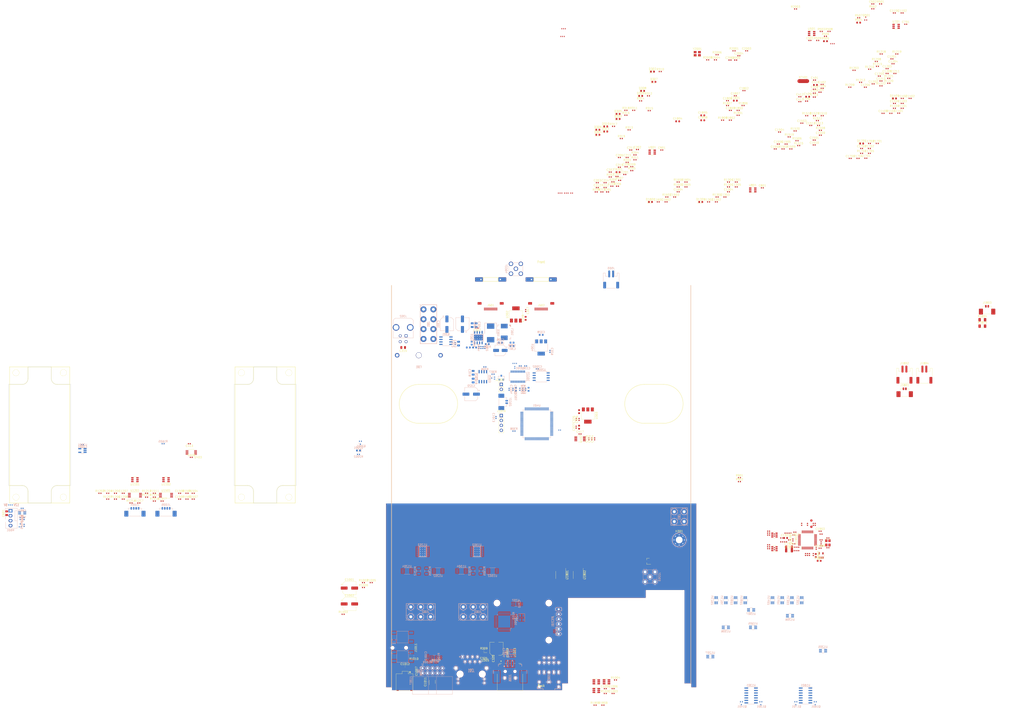
<source format=kicad_pcb>
(kicad_pcb (version 20211014) (generator pcbnew)
  (title_block (title "SolderingStation MainBoard") (date "2020-08-20") (rev "Rev0.1") (company "MaJo"))
  (layers (0 "F.Cu" signal) (1 "In1.Cu" signal) (2 "In2.Cu" signal) (31 "B.Cu" signal) (34 "B.Paste" user) (35 "F.Paste" user) (36 "B.SilkS" user "B.Silkscreen") (37 "F.SilkS" user "F.Silkscreen") (38 "B.Mask" user) (39 "F.Mask" user) (44 "Edge.Cuts" user))
  (net 0 "")
  (net 1 "/Ethernet/TXP")
  (net 2 "/Ethernet/TXN")
  (net 3 "~{SYS_RSTn}")
  (net 4 "/Ethernet/RXP")
  (net 5 "/Ethernet/RXN")
  (net 6 "Net-(C206-Pad1)")
  (net 7 "Net-(C207-Pad1)")
  (net 8 "Net-(C208-Pad2)")
  (net 9 "Net-(C209-Pad2)")
  (net 10 "Net-(C212-Pad1)")
  (net 11 "Net-(C214-Pad1)")
  (net 12 "VIN")
  (net 13 "VMAIN")
  (net 14 "VDD_OLED")
  (net 15 "+12V")
  (net 16 "VBUS_2")
  (net 17 "Net-(C409-Pad1)")
  (net 18 "Net-(C410-Pad1)")
  (net 19 "Net-(C413-Pad2)")
  (net 20 "/STM32F429 PWR/Vref_2v5")
  (net 21 "Net-(C502-Pad2)")
  (net 22 "/Weller contol/Channel A/Vout1")
  (net 23 "/Weller contol/Channel A/Vout2")
  (net 24 "Net-(C1601-Pad1)")
  (net 25 "Net-(C1602-Pad1)")
  (net 26 "Net-(C1701-Pad1)")
  (net 27 "Net-(C1702-Pad1)")
  (net 28 "/Weller contol/Channel B/Vout1")
  (net 29 "/Weller contol/Channel B/Vout2")
  (net 30 "FM_I2S_WS")
  (net 31 "DAC_OUT2")
  (net 32 "DAC_OUT1")
  (net 33 "MCU_BOOT0")
  (net 34 "~{MCU_RSTn}")
  (net 35 "Net-(D302-Pad2)")
  (net 36 "Net-(D303-Pad2)")
  (net 37 "Net-(D304-Pad2)")
  (net 38 "Net-(D305-Pad2)")
  (net 39 "Net-(D306-Pad2)")
  (net 40 "Net-(D307-Pad2)")
  (net 41 "Net-(D308-Pad2)")
  (net 42 "Net-(D309-Pad2)")
  (net 43 "Net-(D310-Pad2)")
  (net 44 "~{VBUS2_FLGn}")
  (net 45 "SWCLK")
  (net 46 "SWDIO")
  (net 47 "Net-(D1601-Pad2)")
  (net 48 "/Weller contol/Channel A/PWM_OK_1")
  (net 49 "Net-(D1701-Pad2)")
  (net 50 "/Weller contol/Channel A/PWM_OK_2")
  (net 51 "/Weller contol/Channel B/PWM_OK_1")
  (net 52 "Net-(D2001-Pad2)")
  (net 53 "/Weller contol/Channel B/PWM_OK_2")
  (net 54 "Net-(J201-Pad12)")
  (net 55 "/Ethernet/LED0_LINK")
  (net 56 "/Ethernet/LED2_10M_LINK_ACT")
  (net 57 "Net-(J201-Pad9)")
  (net 58 "GNDPWR")
  (net 59 "+VDC")
  (net 60 "VCC")
  (net 62 "~{FP_BTN_1An}")
  (net 63 "~{FP_BTN_1Bn}")
  (net 64 "~{DISP_CSn}")
  (net 65 "~{FP_ENC2_SWn}")
  (net 66 "I2C1_SCL")
  (net 67 "FP_ENC2_B")
  (net 68 "I2C1_SDA")
  (net 69 "FP_ENC2_A")
  (net 70 "DISP_FLASH_MOSI")
  (net 71 "DISP_FLASH_SCK")
  (net 72 "DISP_D~{Cn}")
  (net 75 "~{FP_BTN_2An}")
  (net 76 "~{FP_BTN_2Bn}")
  (net 77 "HWID_FP")
  (net 78 "/Weller contol/CH_A_KTY_SNS")
  (net 80 "FP_ENC_A")
  (net 81 "FP_ENC_B")
  (net 82 "~{AUX_INTn}")
  (net 83 "~{FP_ENC_SWn}")
  (net 84 "AUX_BOOT0")
  (net 85 "Net-(J503-Pad2)")
  (net 86 "Net-(J503-Pad1)")
  (net 87 "VBUS")
  (net 88 "~{EXT_RSTn}")
  (net 89 "CH_A_KTY_HWID_MB_ADC2")
  (net 90 "CH_B_KTY_HWID_FP_ADC2")
  (net 91 "/STM32F429 MCU/32kHz")
  (net 93 "/Weller contol/CH_B_KTY_SNS")
  (net 96 "Net-(M601-Pad4)")
  (net 97 "Net-(M601-Pad3)")
  (net 98 "Net-(Q302-Pad4)")
  (net 99 "PWRDRV_ENABLE")
  (net 100 "PWRBTN_LED_PWM")
  (net 101 "FAN1_PWM")
  (net 102 "/Weller contol/Channel A/PWM error detector 1/~{PULSEn_D}")
  (net 103 "/Weller contol/Channel A/PWM error detector 2/~{PULSEn_D}")
  (net 104 "/Weller contol/Channel B/PWM error detector 1/~{PULSEn_D}")
  (net 105 "/Weller contol/Channel B/PWM error detector 2/~{PULSEn_D}")
  (net 106 "/STM32F429 MCU/DLED_WDT")
  (net 107 "ETH_MDIO")
  (net 108 "/Ethernet/LED3_100M_LINK_ACT")
  (net 109 "~{PHY_IRQn}")
  (net 110 "/Ethernet/LED1_DUPLEX")
  (net 111 "Net-(R210-Pad2)")
  (net 112 "/Ethernet/RMII")
  (net 113 "Net-(R212-Pad1)")
  (net 114 "Net-(R213-Pad2)")
  (net 115 "Net-(R301-Pad2)")
  (net 116 "Net-(R302-Pad2)")
  (net 117 "VBUS2_ENABLE")
  (net 118 "Net-(R501-Pad2)")
  (net 119 "DBGUART_RX")
  (net 120 "/Rear panel connections/CH_A_TC1")
  (net 122 "Net-(R1502-Pad1)")
  (net 123 "/Weller contol/Channel A/~{OC_ERR_1}")
  (net 124 "CH_A_IN_STAND_ADC1")
  (net 125 "/Front panel connections/AUX_TX")
  (net 126 "Net-(R1506-Pad1)")
  (net 127 "CH_A_TC1_AMP_ADC1")
  (net 128 "Net-(R1508-Pad1)")
  (net 129 "Net-(R1509-Pad1)")
  (net 130 "Net-(R1510-Pad1)")
  (net 131 "/Front panel connections/AUX_RX")
  (net 132 "Net-(R1513-Pad2)")
  (net 133 "Net-(R1514-Pad1)")
  (net 134 "Net-(R1515-Pad1)")
  (net 135 "Net-(R1516-Pad1)")
  (net 136 "CH_A_TC2_AMP_ADC2")
  (net 137 "Net-(R1518-Pad1)")
  (net 138 "/Weller contol/Channel A/~{OC_ERR_2}")
  (net 139 "CH_A_FET1_PWM")
  (net 140 "CH_A_FET2_PWM")
  (net 141 "/Rear panel connections/CH_B_TC1")
  (net 143 "/Weller contol/Channel B/~{OC_ERR_1}")
  (net 144 "CH_B_IN_STAND_ADC1")
  (net 146 "Net-(R1806-Pad1)")
  (net 147 "CH_B_TC1_AMP_ADC1")
  (net 149 "CH_B_TC2_AMP_ADC2")
  (net 150 "/Weller contol/Channel B/~{OC_ERR_2}")
  (net 151 "CH_B_FET1_PWM")
  (net 152 "CH_B_FET2_PWM")
  (net 153 "FM_I2S_SD")
  (net 154 "FM_I2S_CK")
  (net 155 "/STM32F429 MCU/~{RTC_INTn}")
  (net 156 "/Rear panel connections/R_int")
  (net 157 "/Rear panel connections/R_ch")
  (net 158 "/Rear panel connections/L_int")
  (net 159 "/Rear panel connections/L_ch")
  (net 162 "/Weller contol/Channel A/HEATER_1")
  (net 163 "/Weller contol/Channel A/HEATER_2")
  (net 164 "ETH_MDC")
  (net 165 "/Weller contol/Channel B/HEATER_1")
  (net 166 "RMII_CRS_DV")
  (net 167 "RMII_RX_D0")
  (net 168 "RMII_RX_D1")
  (net 169 "/Weller contol/Channel B/HEATER_2")
  (net 171 "/Ethernet/50M_CLKO")
  (net 173 "RMII_REF_CLK")
  (net 174 "RMII_TX_D0")
  (net 175 "RMII_TX_D1")
  (net 178 "RMII_TX_EN")
  (net 179 "CH_B_DRV_OK")
  (net 180 "CH_A_DRV_OK")
  (net 181 "~{FM_INTn}")
  (net 182 "USB1_DP")
  (net 183 "USB1_DM")
  (net 184 "DBGUART_TX")
  (net 185 "RCLKo_8M")
  (net 186 "/STM32F429 MCU/CH_B_KTY_REED_BIAS_EN")
  (net 187 "/STM32F429 MCU/CH_A_KTY_REED_BIAS_EN")
  (net 188 "USB2_DP")
  (net 189 "USB2_DM")
  (net 190 "/STM32F429 MCU/Flash_MISO")
  (net 191 "/STM32F429 MCU/~{Flash_CSn}")
  (net 192 "FAN1_RPM")
  (net 193 "~{AUDIO_MUTEn}")
  (net 195 "HWID_MB")
  (net 197 "/Front panel connections/Temp.sensor 1/A0")
  (net 198 "/Front panel connections/Temp.sensor 2/A1")
  (net 199 "/Front panel connections/Temp.sensor 3/A1")
  (net 200 "/Weller contol/Channel A/HT2_EN")
  (net 201 "/Weller contol/Channel A/HT1_EN")
  (net 202 "/Weller contol/Channel A/PWM error detector 2/~{PULSE_ERR}")
  (net 203 "/Weller contol/Channel A/PWM error detector 1/~{PULSE_ERR}")
  (net 204 "/Weller contol/Channel A/PWM error detector 1/~{CLR_FLAG}")
  (net 205 "/Weller contol/Channel A/PWM error detector 2/~{CLR_FLAG}")
  (net 206 "/Weller contol/Channel B/HT2_EN")
  (net 207 "/Weller contol/Channel B/HT1_EN")
  (net 208 "/Weller contol/Channel B/PWM error detector 2/~{PULSE_ERR}")
  (net 209 "/Weller contol/Channel B/PWM error detector 1/~{PULSE_ERR}")
  (net 210 "/Weller contol/Channel B/PWM error detector 1/~{CLR_FLAG}")
  (net 211 "/Weller contol/Channel B/PWM error detector 2/~{CLR_FLAG}")
  (net 212 "DBGLEDn")
  (net 213 "Net-(F301-Pad2)")
  (net 214 "/Rear panel connections/L_ch_out")
  (net 215 "/Rear panel connections/R_ch_out")
  (net 216 "PE")
  (net 217 "/FM-radio rx/FMI")
  (net 218 "Net-(D311-Pad2)")
  (net 220 "/STM32F429 PWR/KTY_REED_BIAS_CH_A")
  (net 221 "/STM32F429 PWR/KTY_REED_BIAS_CH_B")
  (net 223 "VS1063_DREQ")
  (net 224 "VS1063_MOSI")
  (net 225 "VS1063_MISO")
  (net 226 "VS1063_SCK")
  (net 227 "~{VS1063_CSn}")
  (net 228 "AUDIO_PATH_SEL")
  (net 229 "AGND")
  (net 230 "IOVDD")
  (net 231 "AVDD")
  (net 232 "+1V8")
  (net 233 "Net-(C1921-Pad2)")
  (net 234 "Net-(C1922-Pad1)")
  (net 235 "Net-(C1924-Pad2)")
  (net 236 "Net-(C1926-Pad2)")
  (net 237 "Net-(C1929-Pad1)")
  (net 238 "/Audio & int. speakers/VLSI VS1063 DSP/codec/VS_R_out")
  (net 239 "/Audio & int. speakers/VLSI VS1063 DSP/codec/VS_L_out")
  (net 240 "/Audio & int. speakers/VLSI VS1063 DSP/codec/Lout")
  (net 241 "/Audio & int. speakers/VLSI VS1063 DSP/codec/Rout")
  (net 242 "Net-(TP1902-Pad1)")
  (net 249 "Net-(R1913-Pad1)")
  (net 253 "Net-(C302-Pad2)")
  (net 254 "Net-(C302-Pad1)")
  (net 255 "Net-(C309-Pad1)")
  (net 256 "Net-(C310-Pad1)")
  (net 257 "Net-(C311-Pad1)")
  (net 258 "Net-(C325-Pad1)")
  (net 259 "Net-(C1001-Pad1)")
  (net 260 "Net-(C1002-Pad1)")
  (net 261 "Net-(C1301-Pad1)")
  (net 262 "Net-(C1302-Pad1)")
  (net 263 "Net-(C1401-Pad1)")
  (net 264 "Net-(C1402-Pad1)")
  (net 265 "Net-(C1803-Pad1)")
  (net 266 "Net-(C1804-Pad2)")
  (net 267 "Net-(C1807-Pad1)")
  (net 268 "Net-(C1808-Pad2)")
  (net 269 "Net-(C1918-Pad2)")
  (net 270 "Net-(C1919-Pad1)")
  (net 271 "Net-(C1920-Pad1)")
  (net 272 "Net-(C1925-Pad2)")
  (net 273 "Net-(C1927-Pad1)")
  (net 274 "Net-(C2005-Pad1)")
  (net 275 "Net-(C2006-Pad1)")
  (net 276 "Net-(C2202-Pad2)")
  (net 277 "Net-(C2204-Pad2)")
  (net 278 "Net-(C2204-Pad1)")
  (net 279 "Net-(C2205-Pad2)")
  (net 280 "Net-(D1004-Pad1)")
  (net 281 "Net-(D1301-Pad2)")
  (net 282 "Net-(D1401-Pad2)")
  (net 285 "Net-(J1001-Pad9)")
  (net 286 "Net-(J1001-Pad6)")
  (net 288 "Net-(J1004-Pad4)")
  (net 289 "Net-(J1005-Pad4)")
  (net 290 "Net-(J1006-Pad3)")
  (net 291 "Net-(J1006-Pad2)")
  (net 293 "Net-(J1007-Pad7)")
  (net 294 "Net-(J1008-Pad2)")
  (net 295 "Net-(J1008-Pad3)")
  (net 296 "Net-(J1801-Pad2)")
  (net 297 "Net-(J1801-Pad1)")
  (net 298 "Net-(J1803-Pad2)")
  (net 299 "Net-(J1803-Pad1)")
  (net 300 "Net-(J2203-Pad1)")
  (net 301 "Net-(R1007-Pad2)")
  (net 302 "Net-(R1008-Pad2)")
  (net 303 "Net-(R1202-Pad1)")
  (net 304 "Net-(R1206-Pad1)")
  (net 305 "Net-(R1208-Pad1)")
  (net 306 "Net-(R1209-Pad1)")
  (net 307 "Net-(R1210-Pad1)")
  (net 308 "Net-(R1213-Pad2)")
  (net 309 "Net-(R1214-Pad1)")
  (net 310 "Net-(R1215-Pad1)")
  (net 311 "Net-(R1216-Pad1)")
  (net 312 "Net-(R1218-Pad1)")
  (net 313 "Net-(R1801-Pad2)")
  (net 314 "Net-(R1801-Pad1)")
  (net 315 "Net-(R1806-Pad2)")
  (net 316 "Net-(R1901-Pad1)")
  (net 317 "Net-(R1903-Pad1)")
  (net 318 "Net-(R1904-Pad2)")
  (net 319 "Net-(R1908-Pad2)")
  (net 320 "Net-(R1909-Pad1)")
  (net 321 "Net-(R2006-Pad2)")
  (net 322 "Net-(R2201-Pad2)")
  (net 323 "Net-(R2202-Pad2)")
  (net 324 "Net-(R2203-Pad2)")
  (net 325 "/STM32F429 MCU/HWID_ADC_SELECT")
  (net 327 "GND")
  (net 338 "Net-(R1914-Pad1)")
  (net 339 "Net-(R1915-Pad1)")
  (net 340 "Net-(J1011-Pad2)")
  (footprint "Capacitor_SMD:C_0402_1005Metric" (layer "F.Cu") (at 193 -14)
    (fp_text reference "C201")
    (fp_text value "DNP")
  )
  (footprint "Capacitor_SMD:C_0402_1005Metric" (layer "F.Cu") (at 199.54 -26.85)
    (fp_text reference "C202")
    (fp_text value "DNP")
  )
  (footprint "Capacitor_SMD:C_0402_1005Metric" (layer "F.Cu") (at 178.88 -9.79)
    (fp_text reference "C203")
    (fp_text value "100nF")
  )
  (footprint "Capacitor_SMD:C_0402_1005Metric" (layer "F.Cu") (at 188.99 -12.96)
    (fp_text reference "C204")
    (fp_text value "DNP")
  )
  (footprint "Capacitor_SMD:C_0402_1005Metric" (layer "F.Cu") (at 193.69 -17.98)
    (fp_text reference "C205")
    (fp_text value "DNP")
  )
  (footprint "Capacitor_SMD:C_0402_1005Metric" (layer "F.Cu") (at 190.23 -22.74)
    (fp_text reference "C206")
    (fp_text value "100nF")
  )
  (footprint "Capacitor_SMD:C_0402_1005Metric" (layer "F.Cu") (at 185.53 -15.24)
    (fp_text reference "C207")
    (fp_text value "100nF")
  )
  (footprint "Capacitor_SMD:C_0402_1005Metric" (layer "F.Cu") (at 186.35 -7.97)
    (fp_text reference "C208")
    (fp_text value "10pF")
  )
  (footprint "Capacitor_SMD:C_0402_1005Metric" (layer "F.Cu") (at 196.6 -17.98)
    (fp_text reference "C209")
    (fp_text value "10pF")
  )
  (footprint "Capacitor_SMD:C_0402_1005Metric" (layer "F.Cu") (at 196.08 -26.59)
    (fp_text reference "C211")
    (fp_text value "100nF")
  )
  (footprint "Capacitor_SMD:C_0402_1005Metric" (layer "F.Cu") (at 178.88 -7.28)
    (fp_text reference "C212")
    (fp_text value "10uF")
  )
  (footprint "Capacitor_SMD:C_0402_1005Metric" (layer "F.Cu") (at 194.24 -22.74)
    (fp_text reference "C213")
    (fp_text value "100nF")
  )
  (footprint "Capacitor_SMD:C_0402_1005Metric" (layer "F.Cu") (at 182.89 -9.79)
    (fp_text reference "C214")
    (fp_text value "10uF")
  )
  (footprint "Capacitor_SMD:C_0402_1005Metric" (layer "F.Cu") (at 190.23 -17.72)
    (fp_text reference "C215")
    (fp_text value "100nF")
  )
  (footprint "Capacitor_SMD:C_0402_1005Metric" (layer "F.Cu") (at 117 65 180)
    (fp_text reference "C302")
    (fp_text value "100nF")
  )
  (footprint "Capacitor_SMD:C_0603_1608Metric" (layer "F.Cu") (at 142 60 90)
    (fp_text reference "C316")
    (fp_text value "10uF/10V")
  )
  (footprint "Capacitor_SMD:C_0402_1005Metric" (layer "F.Cu") (at 142 56 -90)
    (fp_text reference "C317")
    (fp_text value "10uF")
  )
  (footprint "Capacitor_SMD:C_0402_1005Metric" (layer "F.Cu") (at 124.25 235 -90)
    (fp_text reference "C322")
    (fp_text value "100nF")
  )
  (footprint "Capacitor_SMD:CP_Elec_6.3x5.8" (layer "F.Cu") (at 127 230 90)
    (fp_text reference "C323" hide)
    (fp_text value "UCL1V470MCL1GS")
  )
  (footprint "Capacitor_SMD:C_0603_1608Metric" (layer "F.Cu") (at 169.5 108 -90)
    (fp_text reference "C324" hide)
    (fp_text value "10uF/10V")
  )
  (footprint "Capacitor_SMD:C_0402_1005Metric" (layer "F.Cu") (at 168 112 90)
    (fp_text reference "C325")
    (fp_text value "10uF")
  )
  (footprint "Capacitor_SMD:C_0402_1005Metric" (layer "F.Cu") (at 169.5 112 90)
    (fp_text reference "C326")
    (fp_text value "100nF")
  )
  (footprint "Capacitor_SMD:C_0402_1005Metric" (layer "F.Cu") (at 168 116 90)
    (fp_text reference "C327")
    (fp_text value "10uF")
  )
  (footprint "Capacitor_SMD:C_0402_1005Metric" (layer "F.Cu") (at 290.62 -62.57)
    (fp_text reference "C401")
    (fp_text value "10uF")
  )
  (footprint "Capacitor_SMD:C_0402_1005Metric" (layer "F.Cu") (at 294.55 -60.32)
    (fp_text reference "C402")
    (fp_text value "100nF")
  )
  (footprint "Capacitor_SMD:C_0402_1005Metric" (layer "F.Cu") (at 290.54 -53.83)
    (fp_text reference "C403")
    (fp_text value "100nF")
  )
  (footprint "Capacitor_SMD:C_0402_1005Metric" (layer "F.Cu") (at 293.45 -56.34)
    (fp_text reference "C404")
    (fp_text value "100nF")
  )
  (footprint "Capacitor_SMD:C_0402_1005Metric" (layer "F.Cu") (at 294.55 -58.33)
    (fp_text reference "C405")
    (fp_text value "100nF")
  )
  (footprint "Capacitor_SMD:C_0402_1005Metric" (layer "F.Cu") (at 286.53 -51.75)
    (fp_text reference "C406")
    (fp_text value "100nF")
  )
  (footprint "Capacitor_SMD:C_0402_1005Metric" (layer "F.Cu") (at 290.54 -55.82)
    (fp_text reference "C407")
    (fp_text value "100nF")
  )
  (footprint "Capacitor_SMD:C_0402_1005Metric" (layer "F.Cu") (at 290.54 -57.81)
    (fp_text reference "C408")
    (fp_text value "100nF")
  )
  (footprint "Capacitor_SMD:C_0603_1608Metric" (layer "F.Cu") (at 287.08 -54)
    (fp_text reference "C409")
    (fp_text value "2u2")
  )
  (footprint "Capacitor_SMD:C_0603_1608Metric" (layer "F.Cu") (at 291.09 -60.06)
    (fp_text reference "C410")
    (fp_text value "2u2")
  )
  (footprint "Capacitor_SMD:C_0402_1005Metric" (layer "F.Cu") (at 283.07 -51.49)
    (fp_text reference "C411")
    (fp_text value "10nF")
  )
  (footprint "Capacitor_SMD:C_0402_1005Metric" (layer "F.Cu") (at 283.07 -54)
    (fp_text reference "C412")
    (fp_text value "1uF")
  )
  (footprint "Capacitor_SMD:C_0402_1005Metric" (layer "F.Cu") (at -31 124.5 180)
    (fp_text reference "C413")
    (fp_text value "1uF")
  )
  (footprint "Capacitor_SMD:C_0402_1005Metric" (layer "F.Cu") (at 177.5 122 90)
    (fp_text reference "C414")
    (fp_text value "10uF")
  )
  (footprint "Capacitor_SMD:C_0402_1005Metric" (layer "F.Cu") (at 176 122 90)
    (fp_text reference "C415")
    (fp_text value "1uF")
  )
  (footprint "Capacitor_SMD:C_0402_1005Metric" (layer "F.Cu") (at 174.5 122 90)
    (fp_text reference "C416")
    (fp_text value "10nF")
  )
  (footprint "Capacitor_SMD:C_0402_1005Metric" (layer "F.Cu") (at 170 119.5)
    (fp_text reference "C417")
    (fp_text value "100nF")
  )
  (footprint "Capacitor_SMD:C_0402_1005Metric" (layer "F.Cu") (at 288.23 -82.95)
    (fp_text reference "C501")
    (fp_text value "100nF")
  )
  (footprint "Capacitor_SMD:C_0402_1005Metric" (layer "F.Cu") (at 320.6 -101.75)
    (fp_text reference "C502")
    (fp_text value "100nF")
  )
  (footprint "Capacitor_SMD:C_0402_1005Metric" (layer "F.Cu") (at 337.53 -91.29)
    (fp_text reference "C701")
    (fp_text value "100nF")
  )
  (footprint "Capacitor_SMD:C_0402_1005Metric" (layer "F.Cu") (at 263.78 -7.14)
    (fp_text reference "C801")
    (fp_text value "100nF")
  )
  (footprint "Capacitor_SMD:C_0402_1005Metric" (layer "F.Cu") (at 212.04 -26.59)
    (fp_text reference "C901")
    (fp_text value "100nF")
  )
  (footprint "Capacitor_SMD:C_0402_1005Metric" (layer "F.Cu") (at 331.68 -97.1)
    (fp_text reference "C1101")
    (fp_text value "100nF")
  )
  (footprint "Capacitor_SMD:C_0402_1005Metric" (layer "F.Cu") (at 335.69 -97.1)
    (fp_text reference "C1102")
    (fp_text value "100nF")
  )
  (footprint "Capacitor_SMD:C_0402_1005Metric" (layer "F.Cu") (at 330.44 -73.49)
    (fp_text reference "C1201")
    (fp_text value "10nF")
  )
  (footprint "Capacitor_SMD:C_0402_1005Metric" (layer "F.Cu") (at 320.79 -60.63)
    (fp_text reference "C1202")
    (fp_text value "10nF")
  )
  (footprint "Capacitor_SMD:C_0402_1005Metric" (layer "F.Cu") (at 327.96 -68.47)
    (fp_text reference "C1203")
    (fp_text value "1uF")
  )
  (footprint "Capacitor_SMD:C_0402_1005Metric" (layer "F.Cu") (at 331.01 -70.98)
    (fp_text reference "C1204")
    (fp_text value "100nF")
  )
  (footprint "Capacitor_SMD:C_0402_1005Metric" (layer "F.Cu") (at 323.95 -64.62)
    (fp_text reference "C1205")
    (fp_text value "10nF")
  )
  (footprint "Capacitor_SMD:C_0402_1005Metric" (layer "F.Cu") (at 316.78 -58.9)
    (fp_text reference "C1206")
    (fp_text value "100nF")
  )
  (footprint "Capacitor_SMD:C_0402_1005Metric" (layer "F.Cu") (at -65 150)
    (fp_text reference "C1207")
    (fp_text value "10nF")
  )
  (footprint "Capacitor_SMD:C_0402_1005Metric" (layer "F.Cu") (at -65 153)
    (fp_text reference "C1208")
    (fp_text value "1uF")
  )
  (footprint "Capacitor_SMD:C_0402_1005Metric" (layer "F.Cu") (at 327.96 -65.96)
    (fp_text reference "C1209")
    (fp_text value "100nF")
  )
  (footprint "Capacitor_SMD:C_0402_1005Metric" (layer "F.Cu") (at 324.8 -62.11)
    (fp_text reference "C1210")
    (fp_text value "100nF")
  )
  (footprint "Capacitor_SMD:C_0402_1005Metric" (layer "F.Cu") (at 331.97 -65.96)
    (fp_text reference "C1211")
    (fp_text value "100nF")
  )
  (footprint "Capacitor_SMD:C_0402_1005Metric" (layer "F.Cu") (at 250.37 -10.12)
    (fp_text reference "C1301")
    (fp_text value "100nF")
  )
  (footprint "Capacitor_SMD:C_0402_1005Metric" (layer "F.Cu") (at 240.12 0.09)
    (fp_text reference "C1302")
    (fp_text value "1uF")
  )
  (footprint "Capacitor_SMD:C_0402_1005Metric" (layer "F.Cu") (at 244.52 -2.42)
    (fp_text reference "C1303")
    (fp_text value "100nF")
  )
  (footprint "Capacitor_SMD:C_0402_1005Metric" (layer "F.Cu") (at 246.36 -5.1)
    (fp_text reference "C1304")
    (fp_text value "100nF")
  )
  (footprint "Capacitor_SMD:C_0402_1005Metric" (layer "F.Cu") (at 250.37 -7.61)
    (fp_text reference "C1305")
    (fp_text value "100nF")
  )
  (footprint "Capacitor_SMD:C_0402_1005Metric" (layer "F.Cu") (at 333.9 -45.55)
    (fp_text reference "C1401")
    (fp_text value "100nF")
  )
  (footprint "Capacitor_SMD:C_0402_1005Metric" (layer "F.Cu") (at 339.79 -53.16)
    (fp_text reference "C1402")
    (fp_text value "1uF")
  )
  (footprint "Capacitor_SMD:C_0402_1005Metric" (layer "F.Cu") (at 335.74 -50.57)
    (fp_text reference "C1403")
    (fp_text value "100nF")
  )
  (footprint "Capacitor_SMD:C_0402_1005Metric" (layer "F.Cu") (at 331.73 -50.57)
    (fp_text reference "C1404")
    (fp_text value "100nF")
  )
  (footprint "Capacitor_SMD:C_0402_1005Metric" (layer "F.Cu") (at 325.88 -45.46)
    (fp_text reference "C1405")
    (fp_text value "100nF")
  )
  (footprint "Capacitor_SMD:C_0402_1005Metric" (layer "F.Cu") (at 290.48 -31.7)
    (fp_text reference "C1501")
    (fp_text value "10nF")
  )
  (footprint "Capacitor_SMD:C_0402_1005Metric" (layer "F.Cu") (at 270.43 -27.15)
    (fp_text reference "C1502")
    (fp_text value "10nF")
  )
  (footprint "Capacitor_SMD:C_0402_1005Metric" (layer "F.Cu") (at 284.09 -40.4)
    (fp_text reference "C1503")
    (fp_text value "1uF")
  )
  (footprint "Capacitor_SMD:C_0402_1005Metric" (layer "F.Cu") (at 272.63 -35.85)
    (fp_text reference "C1504")
    (fp_text value "100nF")
  )
  (footprint "Capacitor_SMD:C_0402_1005Metric" (layer "F.Cu") (at 276 -29.66)
    (fp_text reference "C1505")
    (fp_text value "10nF")
  )
  (footprint "Capacitor_SMD:C_0402_1005Metric" (layer "F.Cu") (at 271.99 -29.66)
    (fp_text reference "C1506")
    (fp_text value "100nF")
  )
  (footprint "Capacitor_SMD:C_0402_1005Metric" (layer "F.Cu") (at -36 153)
    (fp_text reference "C1507")
    (fp_text value "10nF")
  )
  (footprint "Capacitor_SMD:C_0402_1005Metric" (layer "F.Cu") (at -36 150)
    (fp_text reference "C1508")
    (fp_text value "1uF")
  )
  (footprint "Capacitor_SMD:C_0402_1005Metric" (layer "F.Cu") (at 293.64 -34.21)
    (fp_text reference "C1509")
    (fp_text value "100nF")
  )
  (footprint "Capacitor_SMD:C_0402_1005Metric" (layer "F.Cu") (at 290.48 -29.19)
    (fp_text reference "C1510")
    (fp_text value "100nF")
  )
  (footprint "Capacitor_SMD:C_0402_1005Metric" (layer "F.Cu") (at 288.67 -39.23)
    (fp_text reference "C1511")
    (fp_text value "100nF")
  )
  (footprint "Capacitor_SMD:C_0402_1005Metric" (layer "F.Cu") (at 210.24 0.09)
    (fp_text reference "C1601")
    (fp_text value "100nF")
  )
  (footprint "Capacitor_SMD:C_0402_1005Metric" (layer "F.Cu") (at 214.25 0.09)
    (fp_text reference "C1602")
    (fp_text value "1uF")
  )
  (footprint "Capacitor_SMD:C_0402_1005Metric" (layer "F.Cu") (at 218.65 -2.42)
    (fp_text reference "C1603")
    (fp_text value "100nF")
  )
  (footprint "Capacitor_SMD:C_0402_1005Metric" (layer "F.Cu") (at 220.49 -5.1)
    (fp_text reference "C1604")
    (fp_text value "100nF")
  )
  (footprint "Capacitor_SMD:C_0402_1005Metric" (layer "F.Cu") (at 224.5 -7.61)
    (fp_text reference "C1605")
    (fp_text value "100nF")
  )
  (footprint "Capacitor_SMD:C_0402_1005Metric" (layer "F.Cu") (at 308.99 -22.28)
    (fp_text reference "C1701")
    (fp_text value "100nF")
  )
  (footprint "Capacitor_SMD:C_0402_1005Metric" (layer "F.Cu") (at 314.84 -27.39)
    (fp_text reference "C1702")
    (fp_text value "1uF")
  )
  (footprint "Capacitor_SMD:C_0402_1005Metric" (layer "F.Cu") (at 318.89 -29.98)
    (fp_text reference "C1703")
    (fp_text value "100nF")
  )
  (footprint "Capacitor_SMD:C_0402_1005Metric" (layer "F.Cu") (at 317.01 -22.37)
    (fp_text reference "C1704")
    (fp_text value "100nF")
  )
  (footprint "Capacitor_SMD:C_0402_1005Metric" (layer "F.Cu") (at 318.85 -24.88)
    (fp_text reference "C1705")
    (fp_text value "100nF")
  )
  (footprint "Capacitor_SMD:C_0603_1608Metric" (layer "F.Cu") (at 249.87 -51.99)
    (fp_text reference "C1801")
    (fp_text value "2u2")
  )
  (footprint "Capacitor_SMD:C_0402_1005Metric" (layer "F.Cu") (at 254.31 -57.15)
    (fp_text reference "C1802")
    (fp_text value "100nF")
  )
  (footprint "Capacitor_SMD:C_0402_1005Metric" (layer "F.Cu") (at 247.33 -46.97)
    (fp_text reference "C1803")
    (fp_text value "470nF")
  )
  (footprint "Capacitor_SMD:C_0603_1608Metric" (layer "F.Cu") (at 220.23 -41.35)
    (fp_text reference "C1804")
    (fp_text value "2u2")
  )
  (footprint "Capacitor_SMD:C_0603_1608Metric" (layer "F.Cu") (at 233.13 -44.4)
    (fp_text reference "C1805")
    (fp_text value "2u2")
  )
  (footprint "Capacitor_SMD:C_0402_1005Metric" (layer "F.Cu") (at 245.86 -51.99)
    (fp_text reference "C1806")
    (fp_text value "100nF")
  )
  (footprint "Capacitor_SMD:C_0402_1005Metric" (layer "F.Cu") (at 249.87 -54.5)
    (fp_text reference "C1807")
    (fp_text value "470nF")
  )
  (footprint "Capacitor_SMD:C_0603_1608Metric" (layer "F.Cu") (at 233.13 -41.89)
    (fp_text reference "C1808")
    (fp_text value "2u2")
  )
  (footprint "Capacitor_SMD:C_0402_1005Metric" (layer "F.Cu") (at 255.7 -77.63)
    (fp_text reference "C2003")
    (fp_text value "100nF")
  )
  (footprint "Capacitor_SMD:C_0402_1005Metric" (layer "F.Cu") (at 251.69 -75.12)
    (fp_text reference "C2004")
    (fp_text value "100nF")
  )
  (footprint "Capacitor_SMD:C_0402_1005Metric" (layer "F.Cu") (at 250.04 -72.87)
    (fp_text reference "C2005")
    (fp_text value "10pF")
  )
  (footprint "Capacitor_SMD:C_0402_1005Metric" (layer "F.Cu") (at 247.13 -72.87)
    (fp_text reference "C2006")
    (fp_text value "10pF")
  )
  (footprint "LED_SMD:LED_0603_1608Metric" (layer "F.Cu") (at 189.57 -42.57)
    (fp_text reference "D303")
    (fp_text value "Yellow")
  )
  (footprint "LED_SMD:LED_0603_1608Metric" (layer "F.Cu") (at 179.17 -34.42)
    (fp_text reference "D304")
    (fp_text value "Yellow")
  )
  (footprint "LED_SMD:LED_0603_1608Metric" (layer "F.Cu") (at 189.57 -45.16)
    (fp_text reference "D305")
    (fp_text value "White")
  )
  (footprint "LED_SMD:LED_0603_1608Metric" (layer "F.Cu") (at 179.17 -37.01)
    (fp_text reference "D306")
    (fp_text value "White")
  )
  (footprint "LED_SMD:LED_0603_1608Metric" (layer "F.Cu") (at 208 -61.66)
    (fp_text reference "D307")
    (fp_text value "White")
  )
  (footprint "LED_SMD:LED_0603_1608Metric" (layer "F.Cu") (at 202.19 -57.01)
    (fp_text reference "D308")
    (fp_text value "Green")
  )
  (footprint "LED_SMD:LED_0603_1608Metric" (layer "F.Cu") (at 201.19 -54.42)
    (fp_text reference "D309")
    (fp_text value "Green")
  )
  (footprint "LED_SMD:LED_0603_1608Metric" (layer "F.Cu") (at 183.22 -38.71)
    (fp_text reference "D310")
    (fp_text value "Green")
  )
  (footprint "LED_SMD:LED_0603_1608Metric" (layer "F.Cu") (at 183.22 -36.12)
    (fp_text reference "D311")
    (fp_text value "Red")
  )
  (footprint "Package_TO_SOT_SMD:TSOT-23-6" (layer "F.Cu") (at 94 247 90)
    (fp_text reference "D1005" hide)
    (fp_text value "SP0505BAHT")
  )
  (footprint "LED_SMD:LED_0603_1608Metric" (layer "F.Cu") (at 232.1 0.13)
    (fp_text reference "D1301")
    (fp_text value "Red")
  )
  (footprint "LED_SMD:LED_0603_1608Metric" (layer "F.Cu") (at 331.77 -53.12)
    (fp_text reference "D1401")
    (fp_text value "Red")
  )
  (footprint "LED_SMD:LED_0603_1608Metric" (layer "F.Cu") (at 206.23 0.13)
    (fp_text reference "D1601")
    (fp_text value "Red")
  )
  (footprint "LED_SMD:LED_0603_1608Metric" (layer "F.Cu") (at 314.88 -29.94)
    (fp_text reference "D1701")
    (fp_text value "Red")
  )
  (footprint "Inductor_SMD:L_0603_1608Metric" (layer "F.Cu") (at 189.54 -15.21)
    (fp_text reference "FB201")
    (fp_text value "600R@100M")
  )
  (footprint "Inductor_SMD:L_0603_1608Metric" (layer "F.Cu") (at 169.5 116 90)
    (fp_text reference "FB301" hide)
    (fp_text value "600R@100M")
  )
  (footprint "customlib_mj_fp:FPC_14p_05mm-Molex_5052781433" (layer "F.Cu") (at 124 55 180)
    (fp_text reference "J501")
    (fp_text value "FFC_conn_14p")
  )
  (footprint "customlib_mj_fp:FPC_14p_05mm-Molex_5052781433" (layer "F.Cu") (at 150 55 180)
    (fp_text reference "J502")
    (fp_text value "FFC_conn_14p")
  )
  (footprint "customlib_mj_fp:db2_ud_0402" (layer "F.Cu") (at 165.674999 -4.425001)
    (fp_text reference "JP201" hide)
    (fp_text value "dogbone_2_ud")
  )
  (footprint "customlib_mj_fp:db3_ud_0402" (layer "F.Cu") (at 162.924999 -4.425001)
    (fp_text reference "JP202" hide)
    (fp_text value "dogbone_3_ud")
  )
  (footprint "customlib_mj_fp:db3_ud_0402" (layer "F.Cu") (at 159.724999 -4.425001)
    (fp_text reference "JP203" hide)
    (fp_text value "dogbone_3_ud")
  )
  (footprint "customlib_mj_fp:db3_ud_0402" (layer "F.Cu") (at 299.854999 -81.295001)
    (fp_text reference "JP501" hide)
    (fp_text value "dogbone_3_ud")
  )
  (footprint "customlib_mj_fp:FFC_retention_clamp_14pin_7_5mm" (layer "F.Cu") (at 124 40)
    (fp_text reference "M501")
    (fp_text value "FFC_retention_clamp")
  )
  (footprint "customlib_mj_fp:FFC_retention_clamp_14pin_7_5mm" (layer "F.Cu") (at 150 40)
    (fp_text reference "M502")
    (fp_text value "FFC_retention_clamp")
  )
  (footprint "NetTie:NetTie-2_SMD_Pad2.0mm" (layer "F.Cu") (at 284.84 -62.05)
    (fp_text reference "NT401")
    (fp_text value "Net-Tie_2")
  )
  (footprint "customlib_mj_fp:SOT-523_handsoldering" (layer "F.Cu") (at 316.96 -94.22024)
    (fp_text reference "Q501")
    (fp_text value "DMG1012T")
  )
  (footprint "Resistor_SMD:R_0402_1005Metric" (layer "F.Cu") (at 184.15 -5.03)
    (fp_text reference "R201")
    (fp_text value "5k1")
  )
  (footprint "Resistor_SMD:R_0402_1005Metric" (layer "F.Cu") (at 185.53 -12.73)
    (fp_text reference "R202")
    (fp_text value "330")
  )
  (footprint "Resistor_SMD:R_0402_1005Metric" (layer "F.Cu") (at 194.24 -20.23)
    (fp_text reference "R203")
    (fp_text value "330")
  )
  (footprint "Resistor_SMD:R_0402_1005Metric" (layer "F.Cu") (at 198.25 -24.08)
    (fp_text reference "R204")
    (fp_text value "10k")
  )
  (footprint "Resistor_SMD:R_0402_1005Metric" (layer "F.Cu") (at 196.6 -15.99)
    (fp_text reference "R205")
    (fp_text value "5k1")
  )
  (footprint "Resistor_SMD:R_0402_1005Metric" (layer "F.Cu") (at 189.26 -7.97)
    (fp_text reference "R206")
    (fp_text value "5k1")
  )
  (footprint "Resistor_SMD:R_0402_1005Metric" (layer "F.Cu") (at 190.36 -10.97)
    (fp_text reference "R207")
    (fp_text value "5k1")
  )
  (footprint "Resistor_SMD:R_0402_1005Metric" (layer "F.Cu") (at 178.33 -5.03)
    (fp_text reference "R208")
    (fp_text value "5k1")
  )
  (footprint "Resistor_SMD:R_0402_1005Metric" (layer "F.Cu") (at 186.9 -10.22)
    (fp_text reference "R209")
    (fp_text value "0R")
  )
  (footprint "Resistor_SMD:R_0402_1005Metric" (layer "F.Cu") (at 198.25 -21.57)
    (fp_text reference "R211")
    (fp_text value "10k")
  )
  (footprint "Resistor_SMD:R_0402_1005Metric" (layer "F.Cu") (at 182.89 -7.28)
    (fp_text reference "R212")
    (fp_text value "10k")
  )
  (footprint "Resistor_SMD:R_0402_1005Metric" (layer "F.Cu") (at 181.24 -5.03)
    (fp_text reference "R213")
    (fp_text value "6.19k")
  )
  (footprint "Resistor_SMD:R_0402_1005Metric" (layer "F.Cu") (at 197.59 -47)
    (fp_text reference "R311")
    (fp_text value "4k7")
  )
  (footprint "Resistor_SMD:R_0402_1005Metric" (layer "F.Cu") (at 205.2 -54.46)
    (fp_text reference "R312")
    (fp_text value "4k7")
  )
  (footprint "Resistor_SMD:R_0402_1005Metric" (layer "F.Cu") (at 195.25 -36.96)
    (fp_text reference "R313")
    (fp_text value "1k")
  )
  (footprint "Resistor_SMD:R_0402_1005Metric" (layer "F.Cu") (at 201.15 -51.87)
    (fp_text reference "R314")
    (fp_text value "1k")
  )
  (footprint "Resistor_SMD:R_0402_1005Metric" (layer "F.Cu") (at 205.61 -46.85)
    (fp_text reference "R315")
    (fp_text value "1k")
  )
  (footprint "Resistor_SMD:R_0402_1005Metric" (layer "F.Cu") (at 193.58 -44.49)
    (fp_text reference "R316")
    (fp_text value "100R")
  )
  (footprint "Resistor_SMD:R_0402_1005Metric" (layer "F.Cu") (at 187.23 -38.75)
    (fp_text reference "R317")
    (fp_text value "100R")
  )
  (footprint "Resistor_SMD:R_0402_1005Metric" (layer "F.Cu") (at 193.58 -47)
    (fp_text reference "R318")
    (fp_text value "100R")
  )
  (footprint "Resistor_SMD:R_0402_1005Metric" (layer "F.Cu") (at 191.24 -32.49)
    (fp_text reference "R319")
    (fp_text value "470R")
  )
  (footprint "Resistor_SMD:R_0402_1005Metric" (layer "F.Cu") (at 324.61 -101.75)
    (fp_text reference "R501")
    (fp_text value "20k")
  )
  (footprint "Resistor_SMD:R_0402_1005Metric" (layer "F.Cu") (at 320.6 -99.24)
    (fp_text reference "R502")
    (fp_text value "10k")
  )
  (footprint "Resistor_SMD:R_0402_1005Metric" (layer "F.Cu") (at 294.08 -87.6)
    (fp_text reference "R503")
    (fp_text value "20k")
  )
  (footprint "Resistor_SMD:R_0603_1608Metric" (layer "F.Cu") (at 313.33 -92.13)
    (fp_text reference "R504")
    (fp_text value "160k")
  )
  (footprint "Resistor_SMD:R_0603_1608Metric" (layer "F.Cu") (at 296.25 -82.58)
    (fp_text reference "R505")
    (fp_text value "160k")
  )
  (footprint "Resistor_SMD:R_0402_1005Metric" (layer "F.Cu") (at 296.25 -85.09)
    (fp_text reference "R506")
    (fp_text value "20k")
  )
  (footprint "Resistor_SMD:R_0402_1005Metric" (layer "F.Cu") (at 313.33 -94.64)
    (fp_text reference "R507")
    (fp_text value "27k")
  )
  (footprint "Resistor_SMD:R_0402_1005Metric" (layer "F.Cu") (at 298.09 -87.6)
    (fp_text reference "R508")
    (fp_text value "0R")
  )
  (footprint "Resistor_SMD:R_0402_1005Metric" (layer "F.Cu") (at 292.24 -82.95)
    (fp_text reference "R509")
    (fp_text value "10k")
  )
  (footprint "Resistor_SMD:R_0402_1005Metric" (layer "F.Cu") (at -69 150)
    (fp_text reference "R1201")
    (fp_text value "1k")
  )
  (footprint "Resistor_SMD:R_0402_1005Metric" (layer "F.Cu") (at -77 150)
    (fp_text reference "R1202")
    (fp_text value "1k")
  )
  (footprint "Resistor_SMD:R_0402_1005Metric" (layer "F.Cu") (at 310.96 -67.6)
    (fp_text reference "R1203")
    (fp_text value "10k")
  )
  (footprint "Resistor_SMD:R_0402_1005Metric" (layer "F.Cu") (at -73 150)
    (fp_text reference "R1204")
    (fp_text value "1k")
  )
  (footprint "Resistor_SMD:R_0402_1005Metric" (layer "F.Cu") (at -69 153)
    (fp_text reference "R1206")
    (fp_text value "1k")
  )
  (footprint "Resistor_SMD:R_0402_1005Metric" (layer "F.Cu") (at -73 153)
    (fp_text reference "R1207")
    (fp_text value "330k")
  )
  (footprint "Resistor_SMD:R_0402_1005Metric" (layer "F.Cu") (at 322.42 -72.15)
    (fp_text reference "R1208")
    (fp_text value "10k")
  )
  (footprint "Resistor_SMD:R_0402_1005Metric" (layer "F.Cu") (at 308.76 -58.9)
    (fp_text reference "R1209")
    (fp_text value "10k")
  )
  (footprint "Resistor_SMD:R_0402_1005Metric" (layer "F.Cu") (at 318.98 -68.16)
    (fp_text reference "R1210")
    (fp_text value "10k")
  )
  (footprint "Resistor_SMD:R_0402_1005Metric" (layer "F.Cu") (at -53 150)
    (fp_text reference "R1211")
    (fp_text value "1k")
  )
  (footprint "Resistor_SMD:R_0402_1005Metric" (layer "F.Cu") (at 314.33 -61.41)
    (fp_text reference "R1213")
    (fp_text value "5k6")
  )
  (footprint "Resistor_SMD:R_0402_1005Metric" (layer "F.Cu") (at -53 152)
    (fp_text reference "R1214")
    (fp_text value "1k")
  )
  (footprint "Resistor_SMD:R_0402_1005Metric" (layer "F.Cu") (at 322.99 -69.64)
    (fp_text reference "R1215")
    (fp_text value "5k6")
  )
  (footprint "Resistor_SMD:R_0402_1005Metric" (layer "F.Cu") (at -57 155)
    (fp_text reference "R1217")
    (fp_text value "330k")
  )
  (footprint "Resistor_SMD:R_0402_1005Metric" (layer "F.Cu") (at 324.92 -76)
    (fp_text reference "R1218")
    (fp_text value "10k")
  )
  (footprint "Resistor_SMD:R_0402_1005Metric" (layer "F.Cu") (at 332.94 -76)
    (fp_text reference "R1219")
    (fp_text value "10k")
  )
  (footprint "Resistor_SMD:R_0402_1005Metric" (layer "F.Cu") (at 328.81 -60.94)
    (fp_text reference "R1220")
    (fp_text value "10k")
  )
  (footprint "Resistor_SMD:R_0402_1005Metric" (layer "F.Cu") (at 328.81 -63.45)
    (fp_text reference "R1221")
    (fp_text value "10k")
  )
  (footprint "Resistor_SMD:R_0402_1005Metric" (layer "F.Cu") (at 324.8 -59.6)
    (fp_text reference "R1222")
    (fp_text value "10k")
  )
  (footprint "Resistor_SMD:R_0402_1005Metric" (layer "F.Cu") (at 246.36 -7.61)
    (fp_text reference "R1301")
    (fp_text value "15k")
  )
  (footprint "Resistor_SMD:R_0402_1005Metric" (layer "F.Cu") (at 236.11 0.09)
    (fp_text reference "R1302")
    (fp_text value "15k")
  )
  (footprint "Resistor_SMD:R_0402_1005Metric" (layer "F.Cu") (at 240.51 -2.42)
    (fp_text reference "R1303")
    (fp_text value "10k")
  )
  (footprint "Resistor_SMD:R_0402_1005Metric" (layer "F.Cu") (at 246.36 -10.12)
    (fp_text reference "R1304")
    (fp_text value "1k")
  )
  (footprint "Resistor_SMD:R_0402_1005Metric" (layer "F.Cu") (at 335.74 -48.06)
    (fp_text reference "R1401")
    (fp_text value "15k")
  )
  (footprint "Resistor_SMD:R_0402_1005Metric" (layer "F.Cu") (at 335.78 -53.16)
    (fp_text reference "R1402")
    (fp_text value "15k")
  )
  (footprint "Resistor_SMD:R_0402_1005Metric" (layer "F.Cu") (at 329.89 -45.46)
    (fp_text reference "R1403")
    (fp_text value "10k")
  )
  (footprint "Resistor_SMD:R_0402_1005Metric" (layer "F.Cu") (at 331.73 -48.06)
    (fp_text reference "R1404")
    (fp_text value "1k")
  )
  (footprint "Resistor_SMD:R_0402_1005Metric" (layer "F.Cu") (at -32.2125 150)
    (fp_text reference "R1501")
    (fp_text value "1k")
  )
  (footprint "Resistor_SMD:R_0402_1005Metric" (layer "F.Cu") (at -32.2125 153)
    (fp_text reference "R1502")
    (fp_text value "1k")
  )
  (footprint "Resistor_SMD:R_0402_1005Metric" (layer "F.Cu") (at 274.44 -27.15)
    (fp_text reference "R1503")
    (fp_text value "10k")
  )
  (footprint "Resistor_SMD:R_0402_1005Metric" (layer "F.Cu") (at -29 150)
    (fp_text reference "R1504")
    (fp_text value "1k")
  )
  (footprint "Resistor_SMD:R_0402_1005Metric" (layer "F.Cu") (at 281.61 -31.39)
    (fp_text reference "R1506")
    (fp_text value "1k")
  )
  (footprint "Resistor_SMD:R_0402_1005Metric" (layer "F.Cu") (at -29 153)
    (fp_text reference "R1507")
    (fp_text value "330k")
  )
  (footprint "Resistor_SMD:R_0402_1005Metric" (layer "F.Cu") (at 293.64 -36.72)
    (fp_text reference "R1508")
    (fp_text value "10k")
  )
  (footprint "Resistor_SMD:R_0402_1005Metric" (layer "F.Cu") (at 278.45 -27.15)
    (fp_text reference "R1509")
    (fp_text value "10k")
  )
  (footprint "Resistor_SMD:R_0402_1005Metric" (layer "F.Cu") (at 294.61 -44.25)
    (fp_text reference "R1510")
    (fp_text value "10k")
  )
  (footprint "Resistor_SMD:R_0402_1005Metric" (layer "F.Cu") (at -49 150)
    (fp_text reference "R1511")
    (fp_text value "1k")
  )
  (footprint "Resistor_SMD:R_0402_1005Metric" (layer "F.Cu") (at 292.68 -39.23)
    (fp_text reference "R1513")
    (fp_text value "5k6")
  )
  (footprint "Resistor_SMD:R_0402_1005Metric" (layer "F.Cu") (at -49 152)
    (fp_text reference "R1514")
    (fp_text value "1k")
  )
  (footprint "Resistor_SMD:R_0402_1005Metric" (layer "F.Cu") (at 282.46 -28.88)
    (fp_text reference "R1515")
    (fp_text value "5k6")
  )
  (footprint "Resistor_SMD:R_0402_1005Metric" (layer "F.Cu") (at -49 154)
    (fp_text reference "R1516")
    (fp_text value "1k")
  )
  (footprint "Resistor_SMD:R_0402_1005Metric" (layer "F.Cu") (at -45 154)
    (fp_text reference "R1517")
    (fp_text value "330k")
  )
  (footprint "Resistor_SMD:R_0402_1005Metric" (layer "F.Cu") (at 286.59 -44.25)
    (fp_text reference "R1518")
    (fp_text value "10k")
  )
  (footprint "Resistor_SMD:R_0402_1005Metric" (layer "F.Cu") (at 277.6 -33.34)
    (fp_text reference "R1519")
    (fp_text value "10k")
  )
  (footprint "Resistor_SMD:R_0402_1005Metric" (layer "F.Cu") (at 280.65 -36.41)
    (fp_text reference "R1520")
    (fp_text value "10k")
  )
  (footprint "Resistor_SMD:R_0402_1005Metric" (layer "F.Cu") (at 290.6 -44.25)
    (fp_text reference "R1521")
    (fp_text value "10k")
  )
  (footprint "Resistor_SMD:R_0402_1005Metric" (layer "F.Cu") (at 292.11 -41.74)
    (fp_text reference "R1522")
    (fp_text value "10k")
  )
  (footprint "Resistor_SMD:R_0402_1005Metric" (layer "F.Cu") (at 220.49 -10.12)
    (fp_text reference "R1601")
    (fp_text value "15k")
  )
  (footprint "Resistor_SMD:R_0402_1005Metric" (layer "F.Cu") (at 214.64 -2.42)
    (fp_text reference "R1602")
    (fp_text value "15k")
  )
  (footprint "Resistor_SMD:R_0402_1005Metric" (layer "F.Cu") (at 220.49 -7.61)
    (fp_text reference "R1603")
    (fp_text value "10k")
  )
  (footprint "Resistor_SMD:R_0402_1005Metric" (layer "F.Cu") (at 224.5 -10.12)
    (fp_text reference "R1604")
    (fp_text value "1k")
  )
  (footprint "Resistor_SMD:R_0402_1005Metric" (layer "F.Cu") (at 322.9 -29.98)
    (fp_text reference "R1701")
    (fp_text value "15k")
  )
  (footprint "Resistor_SMD:R_0402_1005Metric" (layer "F.Cu") (at 318.85 -27.39)
    (fp_text reference "R1702")
    (fp_text value "15k")
  )
  (footprint "Resistor_SMD:R_0402_1005Metric" (layer "F.Cu") (at 314.84 -24.88)
    (fp_text reference "R1703")
    (fp_text value "10k")
  )
  (footprint "Resistor_SMD:R_0402_1005Metric" (layer "F.Cu") (at 313 -22.28)
    (fp_text reference "R1704")
    (fp_text value "1k")
  )
  (footprint "Resistor_SMD:R_0402_1005Metric" (layer "F.Cu") (at 251.34 -44.46)
    (fp_text reference "R1801")
    (fp_text value "15k")
  )
  (footprint "Resistor_SMD:R_0402_1005Metric" (layer "F.Cu") (at 247.33 -41.95)
    (fp_text reference "R1802")
    (fp_text value "1k5")
  )
  (footprint "Resistor_SMD:R_0402_1005Metric" (layer "F.Cu") (at 251.34 -46.97)
    (fp_text reference "R1803")
    (fp_text value "10k")
  )
  (footprint "Resistor_SMD:R_0402_1005Metric" (layer "F.Cu") (at 253.88 -49.48)
    (fp_text reference "R1806")
    (fp_text value "15k")
  )
  (footprint "Resistor_SMD:R_0402_1005Metric" (layer "F.Cu") (at 245.86 -49.48)
    (fp_text reference "R1807")
    (fp_text value "1k5")
  )
  (footprint "Resistor_SMD:R_0402_1005Metric" (layer "F.Cu") (at 243.32 -41.95)
    (fp_text reference "R1809")
    (fp_text value "10k")
  )
  (footprint "Resistor_SMD:R_0402_1005Metric" (layer "F.Cu") (at 249.21 -77.63)
    (fp_text reference "R2001")
    (fp_text value "10k")
  )
  (footprint "Resistor_SMD:R_0402_1005Metric" (layer "F.Cu") (at 280.87 -99.16)
    (fp_text reference "R2003")
    (fp_text value "DNM")
  )
  (footprint "Resistor_SMD:R_0402_1005Metric" (layer "F.Cu") (at 239.66 -72.98)
    (fp_text reference "R2004")
    (fp_text value "DNM")
  )
  (footprint "Resistor_SMD:R_0402_1005Metric" (layer "F.Cu") (at 235.65 -72.98)
    (fp_text reference "R2005")
    (fp_text value "10k")
  )
  (footprint "Resistor_SMD:R_0402_1005Metric" (layer "F.Cu") (at 240.5 -75.63)
    (fp_text reference "R2006")
    (fp_text value "0R")
  )
  (footprint "Package_TO_SOT_SMD:SOT-223-3_TabPin2" (layer "F.Cu") (at 137 58 90)
    (fp_text reference "U302")
    (fp_text value "TLV1117LV30DCY")
  )
  (footprint "Package_TO_SOT_SMD:SOT-223-3_TabPin2" (layer "F.Cu") (at 174 110 -90)
    (fp_text reference "U303")
    (fp_text value "TLV1117LV30DCY")
  )
  (footprint "Package_SO:VSSOP-8_3.0x3.0mm_P0.65mm" (layer "F.Cu") (at 170 122)
    (fp_text reference "U402")
    (fp_text value "REF6125IDGK")
  )
  (footprint "Package_SO:VSSOP-10_3x3mm_P0.5mm" (layer "F.Cu") (at -30 129 180)
    (fp_text reference "U403")
    (fp_text value "TLV9052SIDGS")
  )
  (footprint "Package_TO_SOT_SMD:TSOT-23-6" (layer "F.Cu") (at 289.15 -86.53)
    (fp_text reference "U501")
    (fp_text value "TLV9051SIDBV")
  )
  (footprint "Package_TO_SOT_SMD:TSOT-23-6" (layer "F.Cu") (at 332.6 -90.22)
    (fp_text reference "U701")
    (fp_text value "TMP100")
  )
  (footprint "Package_TO_SOT_SMD:TSOT-23-6" (layer "F.Cu") (at 258.85 -6.07)
    (fp_text reference "U801")
    (fp_text value "TMP100")
  )
  (footprint "Package_TO_SOT_SMD:TSOT-23-6" (layer "F.Cu") (at 207.11 -25.52)
    (fp_text reference "U901")
    (fp_text value "TMP100")
  )
  (footprint "Package_TO_SOT_SMD:TSOT-23-6" (layer "F.Cu") (at 134 232 -90)
    (fp_text reference "U1003")
    (fp_text value "USBLC6-2SC6")
  )
  (footprint "Package_SO:TSSOP-8_4.4x3mm_P0.65mm" (layer "F.Cu") (at -59 151)
    (fp_text reference "U1201")
    (fp_text value "AD8552ARU")
  )
  (footprint "Package_SO:TSSOP-8_4.4x3mm_P0.65mm" (layer "F.Cu") (at -43 151)
    (fp_text reference "U1501")
    (fp_text value "AD8552ARU")
  )
  (footprint "customlib_mj_fp:SOIC-8_3.9x4.9mm_P1.27mm" (layer "F.Cu") (at 160 192 -90)
    (fp_text reference "U1801")
    (fp_text value "TS4990IDT")
  )
  (footprint "customlib_mj_fp:SOIC-8_3.9x4.9mm_P1.27mm" (layer "F.Cu") (at 169 192 -90)
    (fp_text reference "U1802")
    (fp_text value "TS4990IDT")
  )
  (footprint "Crystal:Crystal_SMD_SeikoEpson_TSX3225-4Pin_3.2x2.5mm" (layer "F.Cu") (at 230.32 -76.16)
    (fp_text reference "Y2001")
    (fp_text value "TSX-3225 16.0000MF18X-AC3")
  )
  (footprint "customlib_mj_fp:db3_ud_0402" (layer "F.Cu") (at 161 -85)
    (fp_text reference "JP1801" hide)
    (fp_text value "dogbone_3_ud")
  )
  (footprint "customlib_mj_fp:db3_ud_0402" (layer "F.Cu") (at 161.5 -89)
    (fp_text reference "JP1802" hide)
    (fp_text value "dogbone_3_ud")
  )
  (footprint "Connector_Molex:Molex_PicoBlade_53398-0271_1x02-1MP_P1.25mm_Vertical" (layer "F.Cu") (at 337 97.5)
    (fp_text reference "J1801")
    (fp_text value "CES-30207-158L120-67_Molex-PicoBlade_conn")
  )
  (footprint "customlib_mj_fp:JST_PH_S2B-PH-SM4-TB_1x02-1MP_P2.00mm_Horizontal" (layer "F.Cu") (at 336.88 88.95)
    (fp_text reference "J1802")
    (fp_text value "CES-703116-28PM_JST-conn")
  )
  (footprint "Connector_Molex:Molex_PicoBlade_53398-0271_1x02-1MP_P1.25mm_Vertical" (layer "F.Cu") (at 379.4 55.05)
    (fp_text reference "J1803")
    (fp_text value "CES-30207-158L120-67_Molex-PicoBlade_conn")
  )
  (footprint "customlib_mj_fp:JST_PH_S2B-PH-SM4-TB_1x02-1MP_P2.00mm_Horizontal" (layer "F.Cu") (at 347.13 88.95)
    (fp_text reference "J1804")
    (fp_text value "CES-703116-28PM_JST-conn")
  )
  (footprint "customlib_mj_fp:CUI_CES-30207" (layer "F.Cu") (at 92 104 90)
    (fp_text reference "LS1801")
    (fp_text value "CES-30207-158L120-67")
  )
  (footprint "customlib_mj_fp:CUI_CES-703116-28PM" (layer "F.Cu") (at -108 120)
    (fp_text reference "LS1802")
    (fp_text value "CES-703116-28PM")
    (fp_line (start -16 -26) (end -16 26) (layer "Edge.Cuts") (width 0.12))
    (fp_line (start -16 -26) (end -9 -26) (layer "Edge.Cuts") (width 0.12))
    (fp_line (start -6 35) (end 6 35) (layer "Edge.Cuts") (width 0.12))
    (fp_line (start -6 29) (end -6 35) (layer "Edge.Cuts") (width 0.12))
    (fp_line (start 16 26) (end 16 -26) (layer "Edge.Cuts") (width 0.12))
    (fp_line (start -6 -35) (end -6 -29) (layer "Edge.Cuts") (width 0.12))
    (fp_line (start 6 29) (end 6 35) (layer "Edge.Cuts") (width 0.12))
    (fp_line (start 16 -26) (end 9 -26) (layer "Edge.Cuts") (width 0.12))
    (fp_line (start 6 -35) (end 6 -29) (layer "Edge.Cuts") (width 0.12))
    (fp_line (start -16 26) (end -9 26) (layer "Edge.Cuts") (width 0.12))
    (fp_line (start -6 -35) (end 6 -35) (layer "Edge.Cuts") (width 0.12))
    (fp_line (start 9 26) (end 16 26) (layer "Edge.Cuts") (width 0.12))
    (fp_arc (start 6 29) (mid 6.87868 26.87868) (end 9 26) (layer "Edge.Cuts") (width 0.12))
    (fp_arc (start 9 -26) (mid 6.87868 -26.87868) (end 6 -29) (layer "Edge.Cuts") (width 0.12))
    (fp_arc (start -6 -29) (mid -6.87868 -26.87868) (end -9 -26) (layer "Edge.Cuts") (width 0.12))
    (fp_arc (start -9 26) (mid -6.87868 26.87868) (end -6 29) (layer "Edge.Cuts") (width 0.12))
  )
  (footprint "customlib_mj_fp:CUI_CES-30207" (layer "F.Cu") (at 208 104 -90)
    (fp_text reference "LS1803")
    (fp_text value "CES-30207-158L120-67")
  )
  (footprint "Resistor_SMD:R_1206_3216Metric" (layer "F.Cu") (at 376.96 60.72)
    (fp_text reference "R1804")
    (fp_text value "0R")
  )
  (footprint "Resistor_SMD:R_1206_3216Metric" (layer "F.Cu") (at 376.96 64.01)
    (fp_text reference "R1810")
    (fp_text value "0R")
  )
  (footprint "customlib_mj_fp:CUI-UJ2_AH_1_SMT" (layer "F.Cu") (at 134 241.65)
    (fp_text reference "J1008" hide)
    (fp_text value "USB_A-CUI-UJ2-AH-1-SMT")
  )
  (footprint "Capacitor_SMD:C_0402_1005Metric" (layer "F.Cu") (at 80 239)
    (fp_text reference "C1012")
    (fp_text value "100nF")
  )
  (footprint "Capacitor_SMD:C_0805_2012Metric" (layer "F.Cu") (at -125 160.25 90)
    (fp_text reference "C601")
    (fp_text value "10uF/16V")
  )
  (footprint "customlib_mj_fp:CUI_CES-703116-28PM" (layer "F.Cu") (at 8 120)
    (fp_text reference "LS1804")
    (fp_text value "CES-703116-28PM")
    (fp_line (start -16 -26) (end -16 26) (layer "Edge.Cuts") (width 0.12))
    (fp_line (start -16 -26) (end -9 -26) (layer "Edge.Cuts") (width 0.12))
    (fp_line (start 6 -35) (end 6 -29) (layer "Edge.Cuts") (width 0.12))
    (fp_line (start 16 26) (end 16 -26) (layer "Edge.Cuts") (width 0.12))
    (fp_line (start 16 -26) (end 9 -26) (layer "Edge.Cuts") (width 0.12))
    (fp_line (start 6 29) (end 6 35) (layer "Edge.Cuts") (width 0.12))
    (fp_line (start 9 26) (end 16 26) (layer "Edge.Cuts") (width 0.12))
    (fp_line (start -16 26) (end -9 26) (layer "Edge.Cuts") (width 0.12))
    (fp_line (start -6 35) (end 6 35) (layer "Edge.Cuts") (width 0.12))
    (fp_line (start -6 -35) (end 6 -35) (layer "Edge.Cuts") (width 0.12))
    (fp_line (start -6 29) (end -6 35) (layer "Edge.Cuts") (width 0.12))
    (fp_line (start -6 -35) (end -6 -29) (layer "Edge.Cuts") (width 0.12))
    (fp_arc (start -9 26) (mid -6.87868 26.87868) (end -6 29) (layer "Edge.Cuts") (width 0.12))
    (fp_arc (start -6 -29) (mid -6.87868 -26.87868) (end -9 -26) (layer "Edge.Cuts") (width 0.12))
    (fp_arc (start 9 -26) (mid 6.87868 -26.87868) (end 6 -29) (layer "Edge.Cuts") (width 0.12))
    (fp_arc (start 6 29) (mid 6.87868 26.87868) (end 9 26) (layer "Edge.Cuts") (width 0.12))
  )
  (footprint "customlib_mj_fp:Molex_NanoFit_105430-1102_1x02_P2.50mm_Horizontal" (layer "F.Cu") (at 80 247.5)
    (fp_text reference "J1009" hide)
    (fp_text value "Molex_NanoFit-1x02")
  )
  (footprint "Capacitor_SMD:CP_Elec_6.3x5.8" (layer "F.Cu") (at 51.345001 198.775001)
    (fp_text reference "C1001")
    (fp_text value "47uF/10V")
  )
  (footprint "Capacitor_SMD:CP_Elec_6.3x5.8" (layer "F.Cu") (at 51.345001 206.925001)
    (fp_text reference "C1002")
    (fp_text value "47uF/10V")
  )
  (footprint "MountingHole:MountingHole_3.5mm_Pad_Via" (layer "F.Cu") (at 221 174)
    (fp_text reference "H301")
    (fp_text value "MountingHole_Pad")
  )
  (footprint "Resistor_SMD:R_0402_1005Metric" (layer "F.Cu") (at 58.575001 195.955001)
    (fp_text reference "R1002")
    (fp_text value "100R")
  )
  (footprint "Resistor_SMD:R_0402_1005Metric" (layer "F.Cu") (at 48.125001 212.255001)
    (fp_text reference "R1003")
    (fp_text value "100R")
  )
  (footprint "Resistor_SMD:R_0402_1005Metric" (layer "F.Cu") (at 62.585001 195.955001)
    (fp_text reference "R1005")
    (fp_text value "1M")
  )
  (footprint "Resistor_SMD:R_0402_1005Metric" (layer "F.Cu") (at 58.575001 198.465001)
    (fp_text reference "R1006")
    (fp_text value "1M")
  )
  (footprint "LED_SMD:LED_0603_1608Metric" (layer "F.Cu") (at 207.254999 -66.915001)
    (fp_text reference "D302")
    (fp_text value "Yellow")
  )
  (footprint "Package_TO_SOT_SMD:SOT-23" (layer "F.Cu") (at 205 185 180)
    (fp_text reference "D2202" hide)
    (fp_text value "CM1213A-01SO")
  )
  (footprint "customlib_mj_fp:db2_ud_0402" (layer "F.Cu") (at 203.95 187.05 180)
    (fp_text reference "JP2203" hide)
    (fp_text value "dogbone_2_ud")
  )
  (footprint "customlib_mj_fp:db2_ud_0402" (layer "F.Cu") (at 206 187.5 -90)
    (fp_text reference "JP2204" hide)
    (fp_text value "dogbone_2_ud")
  )
  (footprint "Resistor_SMD:R_0402_1005Metric" (layer "F.Cu") (at 211.264999 -66.955001)
    (fp_text reference "R310")
    (fp_text value "4k7")
  )
  (footprint "customlib_mj_fp:TP_SMD_1.2c" (layer "F.Cu") (at 161 208)
    (fp_text reference "TP2001" hide)
    (fp_text value "TP" hide)
  )
  (footprint "Capacitor_SMD:C_0603_1608Metric" (layer "F.Cu") (at 293 184.75)
    (fp_text reference "C1901")
    (fp_text value "2u2")
  )
  (footprint "Capacitor_SMD:C_0603_1608Metric" (layer "F.Cu") (at 291.25 182 -90)
    (fp_text reference "C1902")
    (fp_text value "2u2")
  )
  (footprint "Capacitor_SMD:C_0402_1005Metric" (layer "F.Cu") (at 293.5 169.5)
    (fp_text reference "C1903")
    (fp_text value "10uF")
  )
  (footprint "Capacitor_SMD:C_0402_1005Metric" (layer "F.Cu") (at 286 181.5 -90)
    (fp_text reference "C1904" hide)
    (fp_text value "100nF")
  )
  (footprint "Capacitor_SMD:C_0402_1005Metric" (layer "F.Cu") (at 288 181.5 -90)
    (fp_text reference "C1905" hide)
    (fp_text value "100nF")
  )
  (footprint "Capacitor_SMD:C_0402_1005Metric" (layer "F.Cu") (at 294 171)
    (fp_text reference "C1906" hide)
    (fp_text value "100nF")
  )
  (footprint "Capacitor_SMD:C_0402_1005Metric" (layer "F.Cu") (at 287 166 90)
    (fp_text reference "C1907" hide)
    (fp_text value "100nF")
  )
  (footprint "Capacitor_SMD:C_0402_1005Metric" (layer "F.Cu") (at 293.5 178.25)
    (fp_text reference "C1908")
    (fp_text value "10uF")
  )
  (footprint "Capacitor_SMD:C_0402_1005Metric" (layer "F.Cu") (at 287 181.5 -90)
    (fp_text reference "C1909" hide)
    (fp_text value "100nF")
  )
  (footprint "Capacitor_SMD:C_0402_1005Metric" (layer "F.Cu") (at 294 177)
    (fp_text reference "C1910" hide)
    (fp_text value "100nF")
  )
  (footprint "Capacitor_SMD:C_0402_1005Metric" (layer "F.Cu") (at 294 174)
    (fp_text reference "C1911" hide)
    (fp_text value "100nF")
  )
  (footprint "Capacitor_SMD:C_0402_1005Metric" (layer "F.Cu") (at 280.5 170 180)
    (fp_text reference "C1912")
    (fp_text value "10uF")
  )
  (footprint "Capacitor_SMD:C_0402_1005Metric" (layer "F.Cu") (at 277.75 174 180)
    (fp_text reference "C1914" hide)
    (fp_text value "100nF")
  )
  (footprint "Capacitor_SMD:C_0402_1005Metric" (layer "F.Cu") (at 280 176 180)
    (fp_text reference "C1915" hide)
    (fp_text value "100nF")
  )
  (footprint "Capacitor_SMD:C_0402_1005Metric" (layer "F.Cu") (at 297.5 173 180)
    (fp_text reference "C1918" hide)
    (fp_text value "10pF")
  )
  (footprint "Capacitor_SMD:C_0402_1005Metric" (layer "F.Cu") (at 275.75 175)
    (fp_text reference "C1919" hide)
    (fp_text value "10nF")
  )
  (footprint "Capacitor_SMD:C_0402_1005Metric" (layer "F.Cu") (at 278 170.5)
    (fp_text reference "C1920" hide)
    (fp_text value "10nF")
  )
  (footprint "Capacitor_SMD:C_0402_1005Metric" (layer "F.Cu") (at 297.5 178)
    (fp_text reference "C1921" hide)
    (fp_text value "10pF")
  )
  (footprint "Capacitor_SMD:C_0603_1608Metric" (layer "F.Cu") (at 275.75 173)
    (fp_text reference "C1922")
    (fp_text value "47nF")
  )
  (footprint "Capacitor_SMD:C_1206_3216Metric" (layer "F.Cu") (at 277.5 179.5)
    (fp_text reference "C1924")
    (fp_text value "1uF")
  )
  (footprint "Capacitor_SMD:C_1206_3216Metric" (layer "F.Cu") (at 277.5 177.75)
    (fp_text reference "C1925")
    (fp_text value "1uF")
  )
  (footprint "Capacitor_SMD:C_0402_1005Metric" (layer "F.Cu") (at 282 179.5 180)
    (fp_text reference "C1926" hide)
    (fp_text value "10nF")
  )
  (footprint "Capacitor_SMD:C_0402_1005Metric" (layer "F.Cu") (at 282 177.75)
    (fp_text reference "C1927" hide)
    (fp_text value "10nF")
  )
  (footprint "Capacitor_SMD:C_0402_1005Metric" (layer "F.Cu") (at 279.5 174 90)
    (fp_text reference "C1929")
    (fp_text value "1uF")
  )
  (footprint "Capacitor_SMD:C_0402_1005Metric" (layer "F.Cu") (at 267 171.5 180)
    (fp_text reference "C1923" hide)
    (fp_text value "100nF")
  )
  (footprint "Capacitor_SMD:C_0402_1005Metric" (layer "F.Cu") (at 267 178.5 180)
    (fp_text reference "C1916" hide)
    (fp_text value "100nF")
  )
  (footprint "Resistor_SMD:R_0402_1005Metric" (layer "F.Cu") (at 290 166 -90)
    (fp_text reference "R1904" hide)
    (fp_text value "10k")
  )
  (footprint "Resistor_SMD:R_0402_1005Metric" (layer "F.Cu") (at 273.75 175 180)
    (fp_text reference "R1905" hide)
    (fp_text value "22R")
  )
  (footprint "Resistor_SMD:R_0402_1005Metric" (layer "F.Cu") (at 276 170.5 180)
    (fp_text reference "R1906" hide)
    (fp_text value "22R")
  )
  (footprint "Resistor_SMD:R_0402_1005Metric" (layer "F.Cu") (at 294 175.5 -90)
    (fp_text reference "R1907" hide)
    (fp_text value "1M")
  )
  (footprint "Resistor_SMD:R_0402_1005Metric" (layer "F.Cu") (at 273.75 173 180)
    (fp_text reference "R1908" hide)
    (fp_text value "10R")
  )
  (footprint "Resistor_SMD:R_0402_1005Metric" (layer "F.Cu") (at 280 179.5)
    (fp_text reference "R1910" hide)
    (fp_text value "470R")
  )
  (footprint "Resistor_SMD:R_0402_1005Metric" (layer "F.Cu") (at 280 177.75)
    (fp_text reference "R1911" hide)
    (fp_text value "470R")
  )
  (footprint "Resistor_SMD:R_0402_1005Metric" (layer "F.Cu") (at 290 181.5 -90)
    (fp_text reference "R1913" hide)
    (fp_text value "10k")
  )
  (footprint "Resistor_SMD:R_0402_1005Metric" (layer "F.Cu") (at 270 178.5 -90)
    (fp_text reference "R1901" hide)
    (fp_text value "DNM")
  )
  (footprint "Resistor_SMD:R_0402_1005Metric" (layer "F.Cu") (at 270 171.5 -90)
    (fp_text reference "R1909" hide)
    (fp_text value "DNM")
  )
  (footprint "customlib_mj_fp:TP_SMD_1.2c" (layer "F.Cu") (at 289 167.25)
    (fp_text reference "TP1901" hide)
    (fp_text value "TP" hide)
  )
  (footprint "customlib_mj_fp:TP_SMD_1.2c" (layer "F.Cu") (at 289 164)
    (fp_text reference "TP1902" hide)
    (fp_text value "TP" hide)
  )
  (footprint "Package_QFP:LQFP-48_7x7mm_P0.5mm" (layer "F.Cu") (at 287 174 90)
    (fp_text reference "U1903")
    (fp_text value "VS1063a")
  )
  (footprint "Crystal:Crystal_SMD_SeikoEpson_TSX3225-4Pin_3.2x2.5mm" (layer "F.Cu") (at 297.5 175.5 -90)
    (fp_text reference "Y1901" hide)
    (fp_text value "12.288M")
  )
  (footprint "Capacitor_SMD:C_0402_1005Metric" (layer "F.Cu") (at 187 253)
    (fp_text reference "C1003")
    (fp_text value "100nF")
  )
  (footprint "Capacitor_SMD:C_0402_1005Metric" (layer "F.Cu") (at 182.99 250.49)
    (fp_text reference "C1005")
    (fp_text value "100nF")
  )
  (footprint "Capacitor_SMD:C_0402_1005Metric" (layer "F.Cu") (at 187 250.49)
    (fp_text reference "C1006")
    (fp_text value "100nF")
  )
  (footprint "Capacitor_SMD:C_0402_1005Metric" (layer "F.Cu") (at 267 169.5)
    (fp_text reference "C1917" hide)
    (fp_text value "3n3")
  )
  (footprint "Capacitor_SMD:C_0402_1005Metric" (layer "F.Cu") (at 267 176.5)
    (fp_text reference "C1928" hide)
    (fp_text value "3n3")
  )
  (footprint "customlib_mj_fp:SC-74-6" (layer "F.Cu") (at 183.61 247)
    (fp_text reference "D1001" hide)
    (fp_text value "CM1213A-02SO")
  )
  (footprint "customlib_mj_fp:SC-74-6" (layer "F.Cu") (at 178.36 251.46)
    (fp_text reference "D1002" hide)
    (fp_text value "CM1213A-02SO")
  )
  (footprint "customlib_mj_fp:SC-74-6" (layer "F.Cu") (at 178.36 247.01)
    (fp_text reference "D1003" hide)
    (fp_text value "CM1213A-02SO")
  )
  (footprint "Resistor_SMD:R_0402_1005Metric" (layer "F.Cu") (at 182.99 253)
    (fp_text reference "R1001")
    (fp_text value "DNM")
  )
  (footprint "Resistor_SMD:R_0402_1005Metric" (layer "F.Cu") (at 188.24 246.04)
    (fp_text reference "R1004")
    (fp_text value "DNM")
  )
  (footprint "Resistor_SMD:R_0402_1005Metric" (layer "F.Cu") (at 177.74 259)
    (fp_text reference "R1805")
    (fp_text value "DNM")
  )
  (footprint "Resistor_SMD:R_0402_1005Metric" (layer "F.Cu") (at 181.75 259)
    (fp_text reference "R1808")
    (fp_text value "DNM")
  )
  (footprint "Resistor_SMD:R_0402_1005Metric" (layer "F.Cu") (at 267 170.5)
    (fp_text reference "R1902" hide)
    (fp_text value "470R")
  )
  (footprint "Resistor_SMD:R_0402_1005Metric" (layer "F.Cu") (at 291.5 178.26 -90)
    (fp_text reference "R1903" hide)
    (fp_text value "10k")
  )
  (footprint "Resistor_SMD:R_0402_1005Metric" (layer "F.Cu") (at 267 177.5)
    (fp_text reference "R1912" hide)
    (fp_text value "470R")
  )
  (footprint "Package_TO_SOT_SMD:TSOT-23-6" (layer "F.Cu") (at -59 143 180)
    (fp_text reference "U1101")
    (fp_text value "TS5A3159A")
  )
  (footprint "Package_TO_SOT_SMD:TSOT-23-6" (layer "F.Cu") (at -43 143 180)
    (fp_text reference "U1102")
    (fp_text value "TS5A3159A")
  )
  (footprint "Package_TO_SOT_SMD:SOT-23-6" (layer "F.Cu") (at 270 178.5 180)
    (fp_text reference "U1902" hide)
    (fp_text value "TS5A3159A")
  )
  (footprint "Package_TO_SOT_SMD:SOT-23-6" (layer "F.Cu") (at 270 171.5 180)
    (fp_text reference "U1904" hide)
    (fp_text value "TS5A3159A")
  )
  (footprint "Capacitor_SMD:C_0805_2012Metric" (layer "F.Cu") (at 79 75 180)
    (fp_text reference "C315")
    (fp_text value "10uF/16V")
  )
  (footprint "Capacitor_SMD:C_0402_1005Metric" (layer "F.Cu") (at 87 241.5 90)
    (fp_text reference "C1007")
    (fp_text value "100nF")
  )
  (footprint "Capacitor_SMD:C_0402_1005Metric" (layer "F.Cu") (at 91.5 247 90)
    (fp_text reference "C1011")
    (fp_text value "100nF")
  )
  (footprint "Capacitor_SMD:C_0402_1005Metric" (layer "F.Cu") (at 131.5 232 -90)
    (fp_text reference "C1009")
    (fp_text value "100nF")
  )
  (footprint "Capacitor_SMD:C_0402_1005Metric" (layer "F.Cu") (at -30 131.5)
    (fp_text reference "C418")
    (fp_text value "100nF")
  )
  (footprint "Resistor_SMD:R_0402_1005Metric" (layer "F.Cu") (at 120.5 231)
    (fp_text reference "R309")
    (fp_text value "10k")
  )
  (footprint "Capacitor_SMD:C_0402_1005Metric" (layer "F.Cu") (at 120.48 236)
    (fp_text reference "C321")
    (fp_text value "1uF")
  )
  (footprint "Package_TO_SOT_SMD:TSOT-23-5" (layer "F.Cu") (at 121.25 233.5 180)
    (fp_text reference "U305")
    (fp_text value "AP22811AW5")
  )
  (footprint "Resistor_SMD:R_0402_1005Metric" (layer "F.Cu") (at -61 155)
    (fp_text reference "R1216")
    (fp_text value "1k")
  )
  (footprint "Connector_PinHeader_2.54mm:PinHeader_1x02_P2.54mm_Vertical" (layer "F.Cu") (at 129.5 94)
    (fp_text reference "J2201")
    (fp_text value "Conn_01x02")
  )
  (footprint "Package_TO_SOT_SMD:SOT-23-5" (layer "F.Cu") (at 294 182 90)
    (fp_text reference "U1901" hide)
    (fp_text value "MIC5365-1.8YD5")
  )
  (footprint "Resistor_SMD:R_0402_1005Metric" (layer "F.Cu") (at 156.75 213.25 90)
    (fp_text reference "R2102" hide)
    (fp_text value "10k")
  )
  (footprint "Resistor_SMD:R_0402_1005Metric" (layer "F.Cu") (at 284 165.99 90)
    (fp_text reference "R1914" hide)
    (fp_text value "10k")
  )
  (footprint "Resistor_SMD:R_0402_1005Metric" (layer "F.Cu") (at 291 166 90)
    (fp_text reference "R1915" hide)
    (fp_text value "10k")
  )
  (footprint "Capacitor_SMD:C_0402_1005Metric" (layer "F.Cu") (at 280 171.5 180)
    (fp_text reference "C1913" hide)
    (fp_text value "100nF")
  )
  (footprint "Connector_PinHeader_2.54mm:PinHeader_1x04_P2.54mm_Vertical" (layer "F.Cu") (at 129.5 110)
    (fp_text reference "J1010")
    (fp_text value "Conn_01x04")
  )
  (footprint "customlib_mj_fp:STX3501_smd" (layer "F.Cu") (at 73.5 229.5 90)
    (fp_text reference "J1011")
    (fp_text value "STX-3501-3N_(TTL-232R-xV-AJ)" hide)
  )
  (footprint "Resistor_SMD:R_0402_1005Metric" (layer "F.Cu") (at 84.5 234 180)
    (fp_text reference "R1010")
    (fp_text value "100R")
  )
  (footprint "Resistor_SMD:R_0402_1005Metric" (layer "F.Cu") (at 252 144)
    (fp_text reference "R902")
    (fp_text value "27k")
  )
  (footprint "Resistor_SMD:R_0402_1005Metric" (layer "F.Cu") (at 252 142.01)
    (fp_text reference "R901")
    (fp_text value "27k")
  )
  (footprint "Capacitor_SMD:C_0402_1005Metric" (layer "B.Cu") (at 140 207 -90)
    (fp_text reference "C210")
    (fp_text value "100nF")
  )
  (footprint "Capacitor_SMD:C_0805_2012Metric" (layer "B.Cu") (at 114.5 63.5 90)
    (fp_text reference "C303")
    (fp_text value "10uF/16V")
  )
  (footprint "Capacitor_SMD:C_0805_2012Metric" (layer "B.Cu") (at 116.5 63.5 90)
    (fp_text reference "C304")
    (fp_text value "10uF/16V")
  )
  (footprint "Capacitor_SMD:CP_Elec_5x5.8" (layer "B.Cu") (at 129 76.5 180)
    (fp_text reference "C305")
    (fp_text value "APXG160ARA101ME61G")
  )
  (footprint "Capacitor_SMD:C_0603_1608Metric" (layer "B.Cu") (at 129 72.5 180)
    (fp_text reference "C306")
    (fp_text value "10uF/10V")
  )
  (footprint "Capacitor_SMD:C_0603_1608Metric" (layer "B.Cu") (at 114.25 72.75 90)
    (fp_text reference "C309")
    (fp_text value "15nF")
  )
  (footprint "Capacitor_SMD:C_0402_1005Metric" (layer "B.Cu") (at 118 75 -90)
    (fp_text reference "C310" hide)
    (fp_text value "10pF")
  )
  (footprint "Capacitor_SMD:C_0402_1005Metric" (layer "B.Cu") (at 120 75 -90)
    (fp_text reference "C311" hide)
    (fp_text value "3n3")
  )
  (footprint "Capacitor_SMD:C_0402_1005Metric" (layer "B.Cu") (at 105.75 73 -90)
    (fp_text reference "C312")
    (fp_text value "100nF")
  )
  (footprint "Capacitor_SMD:C_0805_2012Metric" (layer "B.Cu") (at 107.5 73 -90)
    (fp_text reference "C313")
    (fp_text value "10uF/16V")
  )
  (footprint "Capacitor_SMD:CP_Elec_6.3x5.8" (layer "B.Cu") (at 109.5 63 90)
    (fp_text reference "C314" hide)
    (fp_text value "UCL1V470MCL1GS")
  )
  (footprint "Capacitor_SMD:C_0805_2012Metric" (layer "B.Cu") (at 115 88 -90)
    (fp_text reference "C318")
    (fp_text value "10uF/16V")
  )
  (footprint "Capacitor_SMD:C_0805_2012Metric" (layer "B.Cu") (at 115 92 90)
    (fp_text reference "C319")
    (fp_text value "10uF/16V")
  )
  (footprint "Capacitor_SMD:C_0603_1608Metric" (layer "B.Cu") (at 150 68.5 180)
    (fp_text reference "C328")
    (fp_text value "10uF/10V")
  )
  (footprint "Capacitor_SMD:C_0402_1005Metric" (layer "B.Cu") (at 154.5 77 90)
    (fp_text reference "C329")
    (fp_text value "10uF")
  )
  (footprint "Capacitor_SMD:C_0402_1005Metric" (layer "B.Cu") (at 91.8 233.7 -90)
    (fp_text reference "C1010")
    (fp_text value "100nF")
  )
  (footprint "Capacitor_SMD:C_0402_1005Metric" (layer "B.Cu") (at -86 125)
    (fp_text reference "C2001")
    (fp_text value "100nF")
  )
  (footprint "customlib_mj_fp:MBRS3xx_SMC_CASE_403AC" (layer "B.Cu") (at 124 67.5 -90)
    (fp_text reference "D301")
    (fp_text value "MBRS340T3G")
  )
  (footprint "LED_SMD:LED_0603_1608Metric" (layer "B.Cu") (at 56 128 180)
    (fp_text reference "D2001")
    (fp_text value "Green")
  )
  (footprint "customlib_mj_fp:74980104400_WE-RJ45_LAN_trx" (layer "B.Cu") (at 114 243)
    (fp_text reference "J201")
    (fp_text value "74980104400")
  )
  (footprint "customlib_mj_fp:SOIC-8_3.9x4.9mm_P1.27mm" (layer "B.Cu") (at 101 71.5 180)
    (fp_text reference "Q301")
    (fp_text value "Si4497DY")
  )
  (footprint "customlib_mj_fp:SOIC-8_3.9x4.9mm_P1.27mm" (layer "B.Cu") (at 120 90 -90)
    (fp_text reference "Q302")
    (fp_text value "Si4497DY")
  )
  (footprint "customlib_mj_fp:SOT-523_handsoldering" (layer "B.Cu") (at 125.25 90.75 -90)
    (fp_text reference "Q303")
    (fp_text value "DMG1012T")
  )
  (footprint "customlib_mj_fp:SOT-523_handsoldering" (layer "B.Cu") (at 263 258)
    (fp_text reference "Q1301")
    (fp_text value "DMG1013T")
  )
  (footprint "customlib_mj_fp:SOT-523_handsoldering" (layer "B.Cu") (at 253 258)
    (fp_text reference "Q1401")
    (fp_text value "DMG1013T")
  )
  (footprint "customlib_mj_fp:SOT-523_handsoldering" (layer "B.Cu") (at 291 258)
    (fp_text reference "Q1601")
    (fp_text value "DMG1013T")
  )
  (footprint "customlib_mj_fp:SOT-523_handsoldering" (layer "B.Cu") (at 281 258)
    (fp_text reference "Q1701")
    (fp_text value "DMG1013T")
  )
  (footprint "customlib_mj_fp:SOT-523_handsoldering" (layer "B.Cu") (at 57 124)
    (fp_text reference "Q2001")
    (fp_text value "DMG1012T")
  )
  (footprint "Resistor_SMD:R_0603_1608Metric" (layer "B.Cu") (at 112.5 75)
    (fp_text reference "R301" hide)
    (fp_text value "390k")
  )
  (footprint "Resistor_SMD:R_0402_1005Metric" (layer "B.Cu") (at 121 75 90)
    (fp_text reference "R302")
    (fp_text value "10k")
  )
  (footprint "Resistor_SMD:R_0603_1608Metric" (layer "B.Cu") (at 115.75 75)
    (fp_text reference "R303" hide)
    (fp_text value "68k")
  )
  (footprint "Resistor_SMD:R_0402_1005Metric" (layer "B.Cu") (at 119 75 -90)
    (fp_text reference "R304")
    (fp_text value "10k")
  )
  (footprint "Resistor_SMD:R_0603_1608Metric" (layer "B.Cu") (at 122.25 73.25)
    (fp_text reference "R305")
    (fp_text value "1k8")
  )
  (footprint "Resistor_SMD:R_0402_1005Metric" (layer "B.Cu") (at 121 85)
    (fp_text reference "R306")
    (fp_text value "1k")
  )
  (footprint "Resistor_SMD:R_0402_1005Metric" (layer "B.Cu") (at 125.25 88.75 180)
    (fp_text reference "R307")
    (fp_text value "10k")
  )
  (footprint "Resistor_SMD:R_1206_3216Metric" (layer "B.Cu") (at 87 190 -90)
    (fp_text reference "R1212")
    (fp_text value "10mR")
  )
  (footprint "Resistor_SMD:R_1206_3216Metric" (layer "B.Cu") (at 119 190 90)
    (fp_text reference "R1505")
    (fp_text value "10mR")
  )
  (footprint "Resistor_SMD:R_1206_3216Metric" (layer "B.Cu") (at 115 190 -90)
    (fp_text reference "R1512")
    (fp_text value "10mR")
  )
  (footprint "Resistor_SMD:R_0402_1005Metric" (layer "B.Cu") (at 56 130)
    (fp_text reference "R2002")
    (fp_text value "1k")
  )
  (footprint "customlib_mj_fp:SMD_PUSHBTN_6x6mm" (layer "B.Cu") (at 78.74 234)
    (fp_text reference "SW2001" hide)
    (fp_text value "Pushbutton_SMD_TS-1102W-4316")
  )
  (footprint "Package_QFP:LQFP-48_7x7mm_P0.5mm" (layer "B.Cu") (at 131 216 90)
    (fp_text reference "U201")
    (fp_text value "IP101GA")
  )
  (footprint "Package_TO_SOT_SMD:SOT-353_SC-70-5_Handsoldering" (layer "B.Cu") (at 137 207 180)
    (fp_text reference "U202")
    (fp_text value "74LVC1G126SE")
  )
  (footprint "Package_SO:TI_SO-PowerPAD-8_ThermalVias" (layer "B.Cu") (at 117.7 69.9 -90)
    (fp_text reference "U301")
    (fp_text value "TPS54332DDA")
  )
  (footprint "Package_TO_SOT_SMD:SOT-223-3_TabPin2" (layer "B.Cu") (at 150 75 -90)
    (fp_text reference "U304")
    (fp_text value "TLV1117LV30DCY")
  )
  (footprint "Package_TO_SOT_SMD:TSOT-23-6" (layer "B.Cu") (at 135.25 232.31 -90)
    (fp_text reference "U1001")
    (fp_text value "USBLC6-2SC6")
  )
  (footprint "Package_SO:VSSOP-10_3x3mm_P0.5mm" (layer "B.Cu") (at 97 190)
    (fp_text reference "U1202")
    (fp_text value "INA226")
  )
  (footprint "Package_SO:VSSOP-10_3x3mm_P0.5mm" (layer "B.Cu") (at 81 190 180)
    (fp_text reference "U1204")
    (fp_text value "INA226")
  )
  (footprint "Package_TO_SOT_SMD:SOT-363_SC-70-6_Handsoldering" (layer "B.Cu") (at 295 231 180)
    (fp_text reference "U1205")
    (fp_text value "74LVC1G11dck")
  )
  (footprint "Package_TO_SOT_SMD:SOT-363_SC-70-6_Handsoldering" (layer "B.Cu") (at 278 213)
    (fp_text reference "U1206")
    (fp_text value "74LVC1G11dck")
  )
  (footprint "Package_TO_SOT_SMD:SOT-363_SC-70-6_Handsoldering" (layer "B.Cu") (at 237 234 180)
    (fp_text reference "U1207")
    (fp_text value "74LVC1G11dck")
  )
  (footprint "Package_SO:SOIC-14_3.9x8.7mm_P1.27mm" (layer "B.Cu") (at 258 254 180)
    (fp_text reference "U1301")
    (fp_text value "NE556d")
  )
  (footprint "Package_TO_SOT_SMD:SOT-363_SC-70-6_Handsoldering" (layer "B.Cu") (at 284 205 -90)
    (fp_text reference "U1302")
    (fp_text value "74LVC1G175dck")
  )
  (footprint "Package_TO_SOT_SMD:SOT-363_SC-70-6_Handsoldering" (layer "B.Cu") (at 279 205 -90)
    (fp_text reference "U1303")
    (fp_text value "74LVC1G11dck")
  )
  (footprint "Package_SO:VSSOP-10_3x3mm_P0.5mm" (layer "B.Cu") (at 125 190)
    (fp_text reference "U1502")
    (fp_text value "INA226")
  )
  (footprint "Package_SO:VSSOP-10_3x3mm_P0.5mm" (layer "B.Cu") (at 109 190 180)
    (fp_text reference "U1504")
    (fp_text value "INA226")
  )
  (footprint "Package_TO_SOT_SMD:SOT-363_SC-70-6_Handsoldering" (layer "B.Cu") (at 259 219 180)
    (fp_text reference "U1505")
    (fp_text value "74LVC1G11dck")
  )
  (footprint "Package_TO_SOT_SMD:SOT-363_SC-70-6_Handsoldering" (layer "B.Cu") (at 245 219)
    (fp_text reference "U1506")
    (fp_text value "74LVC1G11dck")
  )
  (footprint "Package_SO:SOIC-14_3.9x8.7mm_P1.27mm" (layer "B.Cu") (at 286 254 180)
    (fp_text reference "U1601")
    (fp_text value "NE556d")
  )
  (footprint "Package_TO_SOT_SMD:SOT-363_SC-70-6_Handsoldering" (layer "B.Cu") (at 255 205 -90)
    (fp_text reference "U1602")
    (fp_text value "74LVC1G175dck")
  )
  (footprint "Package_TO_SOT_SMD:SOT-363_SC-70-6_Handsoldering" (layer "B.Cu") (at 250 205 -90)
    (fp_text reference "U1603")
    (fp_text value "74LVC1G11dck")
  )
  (footprint "Package_TO_SOT_SMD:SOT-363_SC-70-6_Handsoldering" (layer "B.Cu") (at 245 205 -90)
    (fp_text reference "U1701")
    (fp_text value "74LVC1G175dck")
  )
  (footprint "Package_TO_SOT_SMD:SOT-363_SC-70-6_Handsoldering" (layer "B.Cu") (at 240 205 -90)
    (fp_text reference "U1702")
    (fp_text value "74LVC1G11dck")
  )
  (footprint "Package_TO_SOT_SMD:SOT-23-5_HandSoldering" (layer "B.Cu") (at -86 128 180)
    (fp_text reference "U2001")
    (fp_text value "MCP1316T-26LE-OT")
  )
  (footprint "Crystal:Crystal_SMD_SeikoEpson_TSX3225-4Pin_3.2x2.5mm" (layer "B.Cu") (at 140 214 -90)
    (fp_text reference "Y201")
    (fp_text value "TSX-3225 25.0000MF10P-C")
  )
  (footprint "customlib_mj_fp:TE_1734346" (layer "B.Cu") (at 134 245 -90)
    (fp_text reference "J1006")
    (fp_text value "USB_B-TE_1734346-1")
  )
  (footprint "Capacitor_SMD:C_0603_1608Metric" (layer "B.Cu") (at 135 74.25)
    (fp_text reference "C307")
    (fp_text value "10uF/10V")
  )
  (footprint "Capacitor_SMD:C_0603_1608Metric" (layer "B.Cu") (at 135 72.5)
    (fp_text reference "C308")
    (fp_text value "10uF/10V")
  )
  (footprint "Package_TO_SOT_SMD:SOT-363_SC-70-6_Handsoldering" (layer "B.Cu") (at 258 210)
    (fp_text reference "U1507")
    (fp_text value "74LVC1G11dck")
  )
  (footprint "Package_TO_SOT_SMD:SOT-363_SC-70-6_Handsoldering" (layer "B.Cu") (at 274 205 -90)
    (fp_text reference "U1401")
    (fp_text value "74LVC1G175dck")
  )
  (footprint "Package_TO_SOT_SMD:SOT-363_SC-70-6_Handsoldering" (layer "B.Cu") (at 269 205 -90)
    (fp_text reference "U1402")
    (fp_text value "74LVC1G11dck")
  )
  (footprint "customlib_mj_fp:ASPI-0603LR" (layer "B.Cu") (at 131 67 -90)
    (fp_text reference "L301")
    (fp_text value "ASPI-0630LR-3R3M-T15")
  )
  (footprint "Resistor_SMD:R_0402_1005Metric" (layer "B.Cu") (at -116 166.5 -90)
    (fp_text reference "R603")
    (fp_text value "10k")
  )
  (footprint "Capacitor_SMD:C_0402_1005Metric" (layer "B.Cu") (at -117 157.75)
    (fp_text reference "C602")
    (fp_text value "100nF")
  )
  (footprint "Resistor_SMD:R_0402_1005Metric" (layer "B.Cu") (at -118 163 90)
    (fp_text reference "R601")
    (fp_text value "12k")
  )
  (footprint "customlib_mj_fp:db3_ud_0402" (layer "B.Cu") (at -123 156)
    (fp_text reference "JP601" hide)
    (fp_text value "dogbone_3_ud")
  )
  (footprint "Resistor_SMD:R_0402_1005Metric" (layer "B.Cu") (at -116 163 -90)
    (fp_text reference "R602")
    (fp_text value "10k")
  )
  (footprint "Package_TO_SOT_SMD:SOT-363_SC-70-6_Handsoldering" (layer "B.Cu") (at -117 160)
    (fp_text reference "U601")
    (fp_text value "74LVC2G17gw")
  )
  (footprint "customlib_mj_fp:SOT-523_handsoldering" (layer "B.Cu") (at -118 166.5 180)
    (fp_text reference "Q601" hide)
    (fp_text value "DMG1012T")
  )
  (footprint "customlib_mj_fp:JST_PH_S2B-PH-SM4-TB_1x02-1MP_P2.00mm_Horizontal" (layer "B.Cu") (at 186 40 180)
    (fp_text reference "J503")
    (fp_text value "JST_S2B-PH-SM4-TB")
  )
  (footprint "customlib_mj_fp:Molex_Micro-Fit_3.0_43045-0421_2x02-1MP_P3.00mm_Horizontal" (layer "B.Cu") (at 80.5 69 180)
    (fp_text reference "J302")
    (fp_text value "Molex_MicroFit_30-43045-0421")
  )
  (footprint "Connector_IDC:IDC-Header_2x05_P2.54mm_Horizontal" (layer "B.Cu") (at 89 240 -90)
    (fp_text reference "J1007")
    (fp_text value "IDC_2x5")
  )
  (footprint "Resistor_SMD:R_0402_1005Metric" (layer "B.Cu") (at 98.5 234.5 -90)
    (fp_text reference "R1007")
    (fp_text value "100R")
  )
  (footprint "customlib_mj_fp:Fuseholder_5x20mm_Schurter_OGN-0031.8201" (layer "B.Cu") (at 87 79)
    (fp_text reference "F301")
    (fp_text value "Fuse_12V_5A")
  )
  (footprint "customlib_mj_fp:D_SOD-523" (layer "B.Cu") (at 93 237 180)
    (fp_text reference "D1004" hide)
    (fp_text value "SLESD5Z5V")
  )
  (footprint "customlib_mj_fp:WR-FAST_508_4_V" (layer "B.Cu") (at 92 63 -90)
    (fp_text reference "J301")
    (fp_text value "Conn_WR-FAST_01x04")
  )
  (footprint "customlib_mj_fp:WR-FAST_508_2_V" (layer "B.Cu") (at 221 162 90)
    (fp_text reference "J303")
    (fp_text value "Conn_WR-FAST_01x02")
  )
  (footprint "customlib_mj_fp:SJ-3571N" (layer "B.Cu") (at 154 242.1 90)
    (fp_text reference "J1001")
    (fp_text value "SJ-3571N")
  )
  (footprint "customlib_mj_fp:WR-FAST_508_3_V" (layer "B.Cu") (at 88 211)
    (fp_text reference "J1002")
    (fp_text value "Conn_WR-FAST_01x03")
  )
  (footprint "customlib_mj_fp:WR-FAST_508_3_V" (layer "B.Cu") (at 115 211)
    (fp_text reference "J1003")
    (fp_text value "Conn_WR-FAST_01x03")
  )
  (footprint "Connector_Molex:Molex_PicoBlade_53398-0471_1x04-1MP_P1.25mm_Vertical" (layer "B.Cu") (at -59 159 180)
    (fp_text reference "J1004")
    (fp_text value "PicoBlade_v4p_0533980471")
  )
  (footprint "Connector_Molex:Molex_PicoBlade_53398-0471_1x04-1MP_P1.25mm_Vertical" (layer "B.Cu") (at -43 159 180)
    (fp_text reference "J1005")
    (fp_text value "PicoBlade_v4p_0533980471")
  )
  (footprint "Capacitor_SMD:C_0402_1005Metric" (layer "B.Cu") (at 139.25 84.5)
    (fp_text reference "C2201")
    (fp_text value "100nF")
  )
  (footprint "Capacitor_SMD:C_0402_1005Metric" (layer "B.Cu") (at 142 84.5)
    (fp_text reference "C2202")
    (fp_text value "10nF")
  )
  (footprint "Capacitor_SMD:C_0402_1005Metric" (layer "B.Cu") (at 133.5 96.5 90)
    (fp_text reference "C2204")
    (fp_text value "470nF")
  )
  (footprint "Capacitor_SMD:C_0402_1005Metric" (layer "B.Cu") (at 135.5 96.5 90)
    (fp_text reference "C2205")
    (fp_text value "470pF")
  )
  (footprint "Package_TO_SOT_SMD:SOT-23" (layer "B.Cu") (at 129.5 90.5 90)
    (fp_text reference "D2201" hide)
    (fp_text value "CM1213A-01SO")
  )
  (footprint "Connector_Molex:Molex_PicoBlade_53398-0271_1x02-1MP_P1.25mm_Vertical" (layer "B.Cu") (at 131 103 90)
    (fp_text reference "J2202")
    (fp_text value "Molex_PicoBlade-53398-0271")
  )
  (footprint "customlib_mj_fp:SMA_Molex_73251-2200_Horizontal" (layer "B.Cu") (at 206 193 180)
    (fp_text reference "J2203")
    (fp_text value "Conn_Coaxial")
  )
  (footprint "customlib_mj_fp:db3_ud_0402" (layer "B.Cu") (at 136.4 83.2)
    (fp_text reference "JP2201" hide)
    (fp_text value "dogbone_3_ud")
  )
  (footprint "customlib_mj_fp:db2_ud_0402" (layer "B.Cu") (at 136.4 85.2 90)
    (fp_text reference "JP2202" hide)
    (fp_text value "dogbone_2_ud")
  )
  (footprint "Inductor_SMD:L_0603_1608Metric" (layer "B.Cu") (at 137 96.5 -90)
    (fp_text reference "L2201")
    (fp_text value "220nH")
  )
  (footprint "Resistor_SMD:R_0402_1005Metric" (layer "B.Cu") (at 140.5 96.5 90)
    (fp_text reference "R2203")
    (fp_text value "1k")
  )
  (footprint "Package_SO:SSOP-24_3.9x8.7mm_P0.635mm" (layer "B.Cu") (at 138 90 90)
    (fp_text reference "U2201")
    (fp_text value "Si4735-D60-GU")
  )
  (footprint "Capacitor_SMD:CP_Elec_6.3x5.8" (layer "B.Cu") (at 101.5 63 -90)
    (fp_text reference "C301")
    (fp_text value "UCL1V470MCL1GS")
  )
  (footprint "Capacitor_SMD:CP_Elec_6.3x5.8" (layer "B.Cu") (at 114 99 180)
    (fp_text reference "C320")
    (fp_text value "UCL1V470MCL1GS")
  )
  (footprint "Capacitor_SMD:C_0402_1005Metric" (layer "B.Cu") (at 148 86 180)
    (fp_text reference "C2002")
    (fp_text value "100nF")
  )
  (footprint "Package_SO:SOIC-8_5.275x5.275mm_P1.27mm" (layer "B.Cu") (at 150 90 180)
    (fp_text reference "U2002")
    (fp_text value "W25Q64FV")
  )
  (footprint "Resistor_SMD:R_1206_3216Metric" (layer "B.Cu") (at 91 190 90)
    (fp_text reference "R1205")
    (fp_text value "10mR")
  )
  (footprint "Resistor_SMD:R_0402_1005Metric" (layer "B.Cu") (at 96 237 180)
    (fp_text reference "R1008")
    (fp_text value "100R")
  )
  (footprint "Package_TO_SOT_SMD:SOT-363_SC-70-6_Handsoldering" (layer "B.Cu") (at 95 234.5)
    (fp_text reference "U1002")
    (fp_text value "74LVC2G17gw")
  )
  (footprint "Capacitor_SMD:C_0402_1005Metric" (layer "B.Cu") (at 132 232 -90)
    (fp_text reference "C1004")
    (fp_text value "100nF")
  )
  (footprint "Capacitor_SMD:C_0402_1005Metric" (layer "B.Cu") (at 87 241.5 90)
    (fp_text reference "C1008")
    (fp_text value "10uF")
  )
  (footprint "Resistor_SMD:R_0402_1005Metric" (layer "B.Cu") (at 136 118 180)
    (fp_text reference "R308")
    (fp_text value "10k")
  )
  (footprint "Resistor_SMD:R_0402_1005Metric" (layer "B.Cu") (at 137 213 -90)
    (fp_text reference "R210")
    (fp_text value "0R")
  )
  (footprint "Connector:FanPinHeader_1x04_P2.54mm_Vertical" (layer "B.Cu") (at -123 159 -90)
    (fp_text reference "M601")
    (fp_text value "Fan_4pin")
  )
  (footprint "Package_SO:HTSSOP-16-1EP_4.4x5mm_P0.65mm_EP3.4x5mm_Mask3x3mm_ThermalVias" (layer "B.Cu") (at 117 180 180)
    (fp_text reference "U1503")
    (fp_text value "TPS2HB16AQ1")
  )
  (footprint "Package_SO:HTSSOP-16-1EP_4.4x5mm_P0.65mm_EP3.4x5mm_Mask3x3mm_ThermalVias" (layer "B.Cu") (at 89 180 180)
    (fp_text reference "U1203")
    (fp_text value "TPS2HB16AQ1")
  )
  (footprint "customlib_mj_fp:SMD_PUSHBTN_6x6mm" (layer "B.Cu") (at 78.74 224)
    (fp_text reference "SW2002" hide)
    (fp_text value "Pushbutton_SMD_TS-1102W-4316")
  )
  (footprint "Capacitor_SMD:C_0402_1005Metric" (layer "B.Cu") (at 142 96.5 -90)
    (fp_text reference "C2203")
    (fp_text value "10pF")
  )
  (footprint "Resistor_SMD:R_0603_1608Metric" (layer "B.Cu") (at 143.5 96.5 90)
    (fp_text reference "R2201" hide)
    (fp_text value "560R")
  )
  (footprint "Resistor_SMD:R_0402_1005Metric" (layer "B.Cu") (at 139 96.5 90)
    (fp_text reference "R2202")
    (fp_text value "1k")
  )
  (footprint "Capacitor_SMD:C_0402_1005Metric" (layer "B.Cu") (at 156.75 221 90)
    (fp_text reference "C2101")
    (fp_text value "100nF")
  )
  (footprint "customlib_mj_fp:db2_ud_0402" (layer "B.Cu") (at 159.5 117.5)
    (fp_text reference "JP2001" hide)
    (fp_text value "dogbone_2_ud")
  )
  (footprint "customlib_mj_fp:DS3231_module_6pin_horizontal_mnt" (layer "B.Cu") (at 159 216 180)
    (fp_text reference "RTC2101")
    (fp_text value "DS3231_Module_6pins")
  )
  (footprint "customlib_mj_fp:SMA_Molex_73251-2200_Horizontal" (layer "B.Cu") (at 137 34.5)
    (fp_text reference "J2204")
    (fp_text value "alt-placement")
  )
  (footprint "Capacitor_SMD:C_0402_1005Metric" (layer "B.Cu") (at 126.75 111 -90)
    (fp_text reference "C1013")
    (fp_text value "100nF")
  )
  (footprint "Resistor_SMD:R_0402_1005Metric" (layer "B.Cu") (at 91.6 235.7)
    (fp_text reference "R1009")
    (fp_text value "10k")
  )
  (footprint "Package_QFP:LQFP-100_14x14mm_P0.5mm" (layer "B.Cu") (at 147.73381 114.25 180)
    (fp_text reference "U401")
    (fp_text value "STM32F429VITx")
  )
  (footprint "Resistor_SMD:R_0402_1005Metric" (layer "B.Cu") (at -44.47619 124.49 180)
    (fp_text reference "R1605")
    (fp_text value "10k")
  )
  (gr_line (start 227 43) (end 227 248) (layer "B.SilkS") (width 0.2))
  (gr_line (start 73 43) (end 73 250) (layer "B.SilkS") (width 0.2))
  (gr_line (start 227 43) (end 227 248) (layer "F.SilkS") (width 0.2))
  (gr_line (start 73 43) (end 73 250) (layer "F.SilkS") (width 0.2))
  (gr_line (start 70 250) (end 70 155) (layer "Edge.Cuts") (width 0.05))
  (gr_line (start 73 250) (end 70 250) (layer "Edge.Cuts") (width 0.05))
  (gr_line (start 230 250) (end 227 250) (layer "Edge.Cuts") (width 0.05))
  (gr_line (start 73 250) (end 73 251.5) (layer "Edge.Cuts") (width 0.05))
  (gr_line (start 227 248) (end 227 250) (layer "Edge.Cuts") (width 0.05))
  (gr_line (start 164 204) (end 204 204) (layer "Edge.Cuts") (width 0.05))
  (gr_line (start 204 204) (end 204 200) (layer "Edge.Cuts") (width 0.05))
  (gr_line (start 230 155) (end 230 250) (layer "Edge.Cuts") (width 0.05))
  (gr_line (start 73 251.5) (end 161 251.5) (layer "Edge.Cuts") (width 0.05))
  (gr_line (start 223.5 200) (end 223.5 248) (layer "Edge.Cuts") (width 0.05))
  (gr_line (start 230 155) (end 70 155) (layer "Edge.Cuts") (width 0.05))
  (gr_line (start 223.5 248) (end 227 248) (layer "Edge.Cuts") (width 0.05))
  (gr_line (start 161 251.5) (end 161 248) (layer "Edge.Cuts") (width 0.05))
  (gr_line (start 164 248) (end 164 204) (layer "Edge.Cuts") (width 0.05))
  (gr_line (start 204 200) (end 223.5 200) (layer "Edge.Cuts") (width 0.05))
  (gr_line (start 161 248) (end 164 248) (layer "Edge.Cuts") (width 0.05))
  (gr_text "5V" (at -125.5 156) (layer "B.SilkS") (effects (font (size 1.2 1) (thickness 0.25)) (justify mirror)))
  (gr_text "12V" (at -120 156) (layer "B.SilkS") (effects (font (size 1.2 1) (thickness 0.25)) (justify mirror)))
  (gr_text "Back" (at 150 249) (layer "F.SilkS") (effects (font (size 1.25 1) (thickness 0.2))))
  (gr_text "Front" (at 150 31) (layer "F.SilkS") (effects (font (size 1.25 1) (thickness 0.2))))
  (zone (net 0) (net_name "") (layers F&B.Cu) (connect_pads (clearance 0.254)) (min_thickness 0.254) (fill yes (thermal_gap 0.508) (thermal_bridge_width 0.508))
    (polygon (pts (xy 233 256) (xy 68 256) (xy 68 153) (xy 233 153)))
  )
)
</source>
